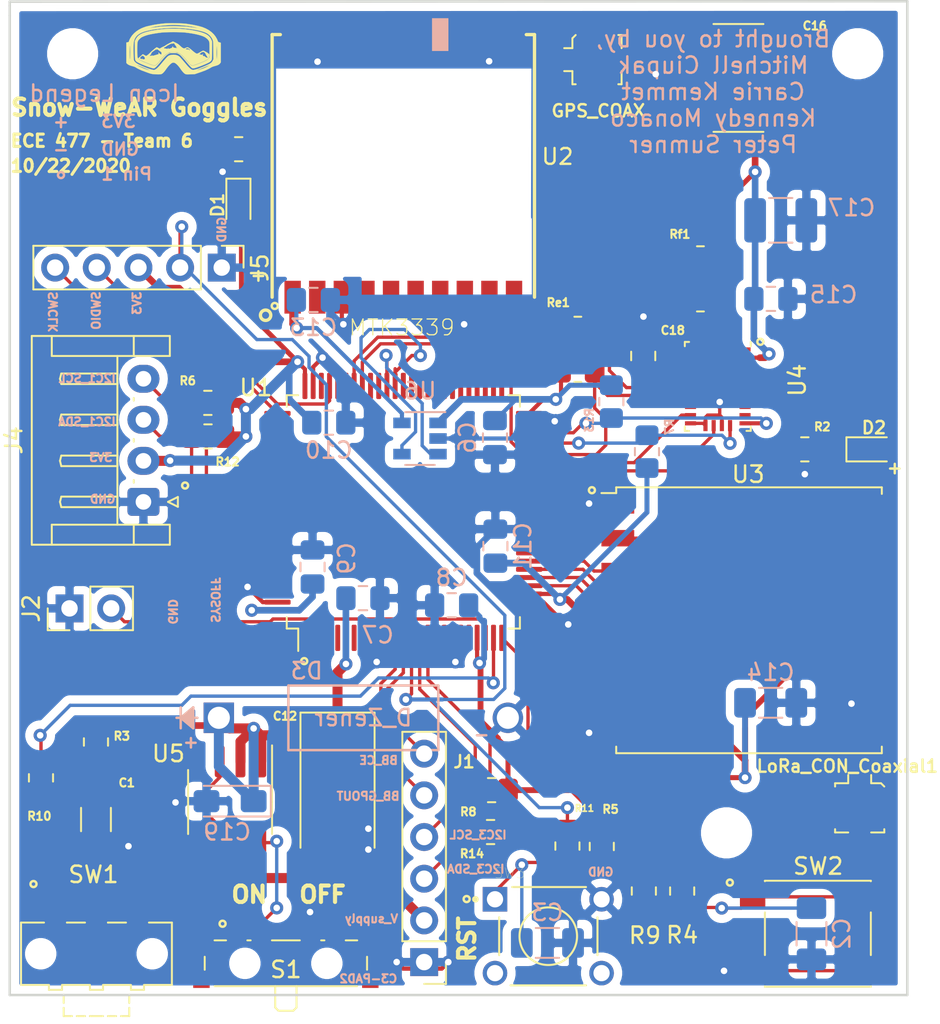
<source format=kicad_pcb>
(kicad_pcb (version 20171130) (host pcbnew "(5.1.7)-1")
  (title_block (title "Snow-WeAR Goggles") (date 2020-10-12) (rev 3) (company "ECE 477 - Team 6"))
  (layers (0 F.Cu signal) (31 B.Cu signal) (34 B.Paste user) (35 F.Paste user) (36 B.SilkS user) (37 F.SilkS user) (38 B.Mask user) (39 F.Mask user) (44 Edge.Cuts user))
  (net 0 "")
  (net 1 "Net-(C1-Pad2)")
  (net 2 GND)
  (net 3 "Net-(C2-Pad2)")
  (net 4 "Net-(C3-Pad2)")
  (net 5 3V3)
  (net 6 "Net-(C18-Pad1)")
  (net 7 "Net-(D1-Pad1)")
  (net 8 "Net-(D2-Pad1)")
  (net 9 DIO0)
  (net 10 V_supply)
  (net 11 I2C3_SDA)
  (net 12 I2C3_SCL)
  (net 13 BB_GPOUT)
  (net 14 BB_CE)
  (net 15 SYSOFF)
  (net 16 I2C1_SDA)
  (net 17 I2C1_SCL)
  (net 18 SWDIO)
  (net 19 SWCLK)
  (net 20 "Net-(J8-Pad1)")
  (net 21 "Net-(LoRa_CON_Coaxial1-Pad1)")
  (net 22 radio_btn)
  (net 23 session_btn)
  (net 24 NRST)
  (net 25 IMU_nRST)
  (net 26 "Net-(Rf1-Pad1)")
  (net 27 BB_Out)
  (net 28 "Net-(U1-Pad1)")
  (net 29 "Net-(U1-Pad2)")
  (net 30 "Net-(U1-Pad3)")
  (net 31 "Net-(U1-Pad4)")
  (net 32 "Net-(U1-Pad5)")
  (net 33 "Net-(U1-Pad7)")
  (net 34 "Net-(U1-Pad8)")
  (net 35 "Net-(U1-Pad9)")
  (net 36 "Net-(U1-Pad17)")
  (net 37 "Net-(U1-Pad18)")
  (net 38 LoRa_RST)
  (net 39 CS_LORA)
  (net 40 SPI1_SCK)
  (net 41 SPI1_MISO)
  (net 42 SPI1_MOSI)
  (net 43 "Net-(U1-Pad33)")
  (net 44 "Net-(U1-Pad34)")
  (net 45 "Net-(U1-Pad35)")
  (net 46 "Net-(U1-Pad36)")
  (net 47 "Net-(U1-Pad37)")
  (net 48 "Net-(U1-Pad38)")
  (net 49 "Net-(U1-Pad39)")
  (net 50 "Net-(U1-Pad40)")
  (net 51 "Net-(U1-Pad41)")
  (net 52 "Net-(U1-Pad42)")
  (net 53 IMU_ADDR)
  (net 54 IMU_INT)
  (net 55 BL_IND)
  (net 56 I2C2_SCL)
  (net 57 I2C2_SDA)
  (net 58 "Net-(U1-Pad51)")
  (net 59 "Net-(U1-Pad52)")
  (net 60 "Net-(U1-Pad53)")
  (net 61 "Net-(U1-Pad54)")
  (net 62 "Net-(U1-Pad55)")
  (net 63 "Net-(U1-Pad56)")
  (net 64 "Net-(U1-Pad57)")
  (net 65 "Net-(U1-Pad58)")
  (net 66 "Net-(U1-Pad59)")
  (net 67 "Net-(U1-Pad60)")
  (net 68 "Net-(U1-Pad61)")
  (net 69 "Net-(U1-Pad62)")
  (net 70 "Net-(U1-Pad63)")
  (net 71 "Net-(U1-Pad66)")
  (net 72 "Net-(U1-Pad67)")
  (net 73 USART_TX)
  (net 74 USART_RX)
  (net 75 "Net-(U1-Pad70)")
  (net 76 "Net-(U1-Pad71)")
  (net 77 "Net-(U1-Pad77)")
  (net 78 "Net-(U1-Pad78)")
  (net 79 "Net-(U1-Pad79)")
  (net 80 "Net-(U1-Pad80)")
  (net 81 "Net-(U1-Pad81)")
  (net 82 "Net-(U1-Pad82)")
  (net 83 "Net-(U1-Pad83)")
  (net 84 "Net-(U1-Pad84)")
  (net 85 "Net-(U1-Pad85)")
  (net 86 "Net-(U1-Pad86)")
  (net 87 "Net-(U1-Pad87)")
  (net 88 "Net-(U1-Pad88)")
  (net 89 "Net-(U1-Pad89)")
  (net 90 "Net-(U1-Pad90)")
  (net 91 "Net-(U1-Pad91)")
  (net 92 "Net-(U1-Pad95)")
  (net 93 "Net-(U1-Pad96)")
  (net 94 "Net-(U1-Pad97)")
  (net 95 "Net-(U1-Pad98)")
  (net 96 "Net-(U2-Pad2)")
  (net 97 "Net-(U2-Pad4)")
  (net 98 "Net-(U2-Pad5)")
  (net 99 "Net-(U2-Pad6)")
  (net 100 "Net-(U2-Pad7)")
  (net 101 "Net-(U2-Pad13)")
  (net 102 "Net-(U2-Pad14)")
  (net 103 "Net-(U2-Pad15)")
  (net 104 "Net-(U2-Pad16)")
  (net 105 "Net-(U2-Pad17)")
  (net 106 "Net-(U2-Pad18)")
  (net 107 "Net-(U2-Pad20)")
  (net 108 "Net-(U3-Pad7)")
  (net 109 "Net-(U3-Pad11)")
  (net 110 "Net-(U3-Pad12)")
  (net 111 "Net-(U3-Pad15)")
  (net 112 "Net-(U3-Pad16)")
  (net 113 "Net-(U4-Pad1)")
  (net 114 "Net-(U4-Pad27)")
  (net 115 "Net-(U4-Pad26)")
  (net 116 "Net-(U4-Pad24)")
  (net 117 "Net-(U4-Pad23)")
  (net 118 "Net-(U4-Pad22)")
  (net 119 "Net-(U4-Pad21)")
  (net 120 "Net-(U4-Pad7)")
  (net 121 "Net-(U4-Pad8)")
  (net 122 "Net-(U4-Pad12)")
  (net 123 "Net-(U4-Pad13)")
  (net 124 "Net-(U5-Pad4)")
  (net 125 "Net-(U5-Pad5)")
  (net 126 GPS_Vin)
  (net 127 LDO_ERR)
  (net 128 LDO_SHDN)
  (module Resistor_SMD:R_0805_2012Metric_Pad1.20x1.40mm_HandSolder (layer F.Cu) (at 135.9281 99.5553 270)
    (fp_text reference R9 (at 2.7051 -0.0635 180) (layer F.SilkS))
    (fp_text value 62 hide)
    (pad 1 smd roundrect (at -1 0 270) (size 1.2 1.4) (layers F.Cu F.Paste F.Mask) (roundrect_rratio 0.208333) (net 22 radio_btn))
    (pad 2 smd roundrect (at 1 0 270) (size 1.2 1.4) (layers F.Cu F.Paste F.Mask) (roundrect_rratio 0.208333) (net 3 "Net-(C2-Pad2)"))
  )
  (module Package_TO_SOT_SMD:SOT-23-5 (layer B.Cu) (at 122.2756 71.9836 180)
    (fp_text reference U6 (at 0 2.9) (layer B.SilkS) (effects (justify mirror)))
    (fp_text value TC2014-3.3VxCTTR)
    (pad 5 smd rect (at 1.1 0.95 180) (size 1.06 0.65) (layers B.Cu B.Paste B.Mask) (net 126 GPS_Vin))
    (pad 4 smd rect (at 1.1 -0.95 180) (size 1.06 0.65) (layers B.Cu B.Paste B.Mask) (net 127 LDO_ERR))
    (pad 3 smd rect (at -1.1 -0.95 180) (size 1.06 0.65) (layers B.Cu B.Paste B.Mask) (net 128 LDO_SHDN))
    (pad 2 smd rect (at -1.1 0 180) (size 1.06 0.65) (layers B.Cu B.Paste B.Mask) (net 2 GND))
    (pad 1 smd rect (at -1.1 0.95 180) (size 1.06 0.65) (layers B.Cu B.Paste B.Mask) (net 5 3V3))
  )
  (module Resistor_SMD:R_0805_2012Metric_Pad1.20x1.40mm_HandSolder (layer F.Cu) (at 126.5809 95.9612 180)
    (fp_text reference R14 (at 1.1336 -1.3208) (layer F.SilkS) (effects (font (size 0.5 0.5) (thickness 0.125))))
    (fp_text value 10k hide)
    (pad 2 smd roundrect (at 1 0 180) (size 1.2 1.4) (layers F.Cu F.Paste F.Mask) (roundrect_rratio 0.208333) (net 11 I2C3_SDA))
    (pad 1 smd roundrect (at -1 0 180) (size 1.2 1.4) (layers F.Cu F.Paste F.Mask) (roundrect_rratio 0.208333) (net 5 3V3))
  )
  (module Resistor_SMD:R_0805_2012Metric_Pad1.20x1.40mm_HandSolder (layer B.Cu) (at 133.9469 69.7357 270)
    (fp_text reference R13 (at 1.1336 1.3462 270) (layer B.SilkS) (effects (font (size 0.5 0.5) (thickness 0.125)) (justify mirror)))
    (fp_text value 10k hide)
    (pad 2 smd roundrect (at 1 0 270) (size 1.2 1.4) (layers B.Cu B.Paste B.Mask) (roundrect_rratio 0.208333) (net 57 I2C2_SDA))
    (pad 1 smd roundrect (at -1 0 270) (size 1.2 1.4) (layers B.Cu B.Paste B.Mask) (roundrect_rratio 0.208333) (net 5 3V3))
  )
  (module Resistor_SMD:R_0805_2012Metric_Pad1.20x1.40mm_HandSolder (layer F.Cu) (at 109.347 71.8566 180)
    (fp_text reference R12 (at -1.1938 -1.5494) (layer F.SilkS) (effects (font (size 0.5 0.5) (thickness 0.125))))
    (fp_text value 10k hide)
    (pad 2 smd roundrect (at 1 0 180) (size 1.2 1.4) (layers F.Cu F.Paste F.Mask) (roundrect_rratio 0.208333) (net 16 I2C1_SDA))
    (pad 1 smd roundrect (at -1 0 180) (size 1.2 1.4) (layers F.Cu F.Paste F.Mask) (roundrect_rratio 0.208333) (net 5 3V3))
  )
  (module Resistor_SMD:R_0805_2012Metric_Pad1.20x1.40mm_HandSolder (layer F.Cu) (at 126.6444 93.4085 180)
    (fp_text reference R8 (at 1.4224 -1.3208) (layer F.SilkS) (effects (font (size 0.5 0.5) (thickness 0.125))))
    (fp_text value 10k hide)
    (pad 2 smd roundrect (at 1 0 180) (size 1.2 1.4) (layers F.Cu F.Paste F.Mask) (roundrect_rratio 0.208333) (net 12 I2C3_SCL))
    (pad 1 smd roundrect (at -1 0 180) (size 1.2 1.4) (layers F.Cu F.Paste F.Mask) (roundrect_rratio 0.208333) (net 5 3V3))
  )
  (module Resistor_SMD:R_0805_2012Metric_Pad1.20x1.40mm_HandSolder (layer B.Cu) (at 136.1186 72.7837 90)
    (fp_text reference R7 (at 1.5146 1.3716 270) (layer B.SilkS) (effects (font (size 0.5 0.5) (thickness 0.125)) (justify mirror)))
    (fp_text value 10k hide)
    (pad 2 smd roundrect (at 1 0 90) (size 1.2 1.4) (layers B.Cu B.Paste B.Mask) (roundrect_rratio 0.208333) (net 56 I2C2_SCL))
    (pad 1 smd roundrect (at -1 0 90) (size 1.2 1.4) (layers B.Cu B.Paste B.Mask) (roundrect_rratio 0.208333) (net 5 3V3))
  )
  (module Resistor_SMD:R_0805_2012Metric_Pad1.20x1.40mm_HandSolder (layer F.Cu) (at 109.3376 69.8119 180)
    (fp_text reference R6 (at 1.2286 1.3462) (layer F.SilkS) (effects (font (size 0.5 0.5) (thickness 0.125))))
    (fp_text value 10k hide)
    (pad 2 smd roundrect (at 1 0 180) (size 1.2 1.4) (layers F.Cu F.Paste F.Mask) (roundrect_rratio 0.208333) (net 17 I2C1_SCL))
    (pad 1 smd roundrect (at -1 0 180) (size 1.2 1.4) (layers F.Cu F.Paste F.Mask) (roundrect_rratio 0.208333) (net 5 3V3))
  )
  (module Connector_PinHeader_2.54mm:PinHeader_1x05_P2.54mm_Vertical (layer F.Cu) (at 110.1852 61.5696 270)
    (fp_text reference J5 (at 0 -2.33 90) (layer F.SilkS))
    (fp_text value Programmer)
    (pad 5 thru_hole oval (at 0 10.16 270) (size 1.7 1.7) (drill 1) (layers *.Cu *.Mask) (net 19 SWCLK))
    (pad 4 thru_hole oval (at 0 7.62 270) (size 1.7 1.7) (drill 1) (layers *.Cu *.Mask) (net 18 SWDIO))
    (pad 3 thru_hole oval (at 0 5.08 270) (size 1.7 1.7) (drill 1) (layers *.Cu *.Mask) (net 5 3V3))
    (pad 2 thru_hole oval (at 0 2.54 270) (size 1.7 1.7) (drill 1) (layers *.Cu *.Mask) (net 24 NRST))
    (pad 1 thru_hole rect (at 0 0 270) (size 1.7 1.7) (drill 1) (layers *.Cu *.Mask) (net 2 GND))
  )
  (module Connector_JST:JST_EH_S4B-EH_1x04_P2.50mm_Horizontal (layer F.Cu) (at 105.41 75.8444 90)
    (fp_text reference J4 (at 3.75 -7.9 90) (layer F.SilkS))
    (fp_text value "OLED Qwiic")
    (pad 4 thru_hole oval (at 7.5 0 90) (size 1.7 1.95) (drill 0.95) (layers *.Cu *.Mask) (net 17 I2C1_SCL))
    (pad 3 thru_hole oval (at 5 0 90) (size 1.7 1.95) (drill 0.95) (layers *.Cu *.Mask) (net 16 I2C1_SDA))
    (pad 2 thru_hole oval (at 2.5 0 90) (size 1.7 1.95) (drill 0.95) (layers *.Cu *.Mask) (net 5 3V3))
    (pad 1 thru_hole roundrect (at 0 0 90) (size 1.7 1.95) (drill 0.95) (layers *.Cu *.Mask) (roundrect_rratio 0.147059) (net 2 GND))
  )
  (module Connector_PinHeader_2.54mm:PinHeader_1x02_P2.54mm_Vertical (layer F.Cu) (at 100.9015 82.3341 90)
    (fp_text reference J2 (at 0 -2.33 90) (layer F.SilkS))
    (fp_text value BB_SYSOFF)
    (pad 2 thru_hole oval (at 0 2.54 90) (size 1.7 1.7) (drill 1) (layers *.Cu *.Mask) (net 15 SYSOFF))
    (pad 1 thru_hole rect (at 0 0 90) (size 1.7 1.7) (drill 1) (layers *.Cu *.Mask) (net 2 GND))
  )
  (module Connector_PinHeader_2.54mm:PinHeader_1x06_P2.54mm_Vertical (layer F.Cu) (at 122.5296 103.886 180)
    (fp_text reference J1 (at -2.4384 12.2047) (layer F.SilkS) (effects (font (size 0.75 0.75))))
    (fp_text value "Battery Babysitter")
    (pad 6 thru_hole oval (at 0 12.7 180) (size 1.7 1.7) (drill 1) (layers *.Cu *.Mask) (net 14 BB_CE))
    (pad 5 thru_hole oval (at 0 10.16 180) (size 1.7 1.7) (drill 1) (layers *.Cu *.Mask) (net 13 BB_GPOUT))
    (pad 4 thru_hole oval (at 0 7.62 180) (size 1.7 1.7) (drill 1) (layers *.Cu *.Mask) (net 12 I2C3_SCL))
    (pad 3 thru_hole oval (at 0 5.08 180) (size 1.7 1.7) (drill 1) (layers *.Cu *.Mask) (net 11 I2C3_SDA))
    (pad 2 thru_hole oval (at 0 2.54 180) (size 1.7 1.7) (drill 1) (layers *.Cu *.Mask) (net 10 V_supply))
    (pad 1 thru_hole rect (at 0 0 180) (size 1.7 1.7) (drill 1) (layers *.Cu *.Mask) (net 2 GND))
  )
  (module footprint_lib:logo2 (layer F.Cu) (at 107.2388 48.26)
    (fp_text reference G*** hide)
    (fp_text value LOGO hide)
  )
  (module MountingHole:MountingHole_2.1mm (layer F.Cu) (at 140.97 96.012)
    (fp_text reference REF** hide)
    (fp_text value 2.1mm hide)
    (pad "" np_thru_hole circle (at 0 0) (size 2.1 2.1) (drill 2.1) (layers *.Cu *.Mask))
  )
  (module MountingHole:MountingHole_2.1mm (layer F.Cu) (at 148.971 48.5394)
    (fp_text reference REF** hide)
    (fp_text value 2.1mm)
    (pad "" np_thru_hole circle (at 0 0) (size 2.1 2.1) (drill 2.1) (layers *.Cu *.Mask))
  )
  (module MountingHole:MountingHole_2.1mm (layer F.Cu) (at 101.092 48.5394)
    (fp_text reference REF** hide)
    (fp_text value 2.1mm hide)
    (pad "" np_thru_hole circle (at 0 0) (size 2.1 2.1) (drill 2.1) (layers *.Cu *.Mask))
  )
  (module Capacitor_SMD:C_2225_5664Metric_Pad1.80x6.60mm_HandSolder (layer F.Cu) (at 141.6978 50.0126 180)
    (fp_text reference C16 (at -4.657 3.175) (layer F.SilkS) (effects (font (size 0.5 0.5) (thickness 0.125))))
    (fp_text value 0.12uF)
    (pad 1 smd roundrect (at -2.625 0 180) (size 1.8 6.6) (layers F.Cu F.Paste F.Mask) (roundrect_rratio 0.138889) (net 5 3V3))
    (pad 2 smd roundrect (at 2.625 0 180) (size 1.8 6.6) (layers F.Cu F.Paste F.Mask) (roundrect_rratio 0.138889) (net 2 GND))
  )
  (module Capacitor_SMD:C_1206_3216Metric_Pad1.33x1.80mm_HandSolder (layer F.Cu) (at 102.5144 95.1992 90)
    (fp_text reference C1 (at 2.2352 1.8796 180) (layer F.SilkS) (effects (font (size 0.5 0.5) (thickness 0.125))))
    (fp_text value 1uF hide)
    (pad 2 smd roundrect (at 1.5625 0 90) (size 1.325 1.8) (layers F.Cu F.Paste F.Mask) (roundrect_rratio 0.188679) (net 1 "Net-(C1-Pad2)"))
    (pad 1 smd roundrect (at -1.5625 0 90) (size 1.325 1.8) (layers F.Cu F.Paste F.Mask) (roundrect_rratio 0.188679) (net 2 GND))
  )
  (module Capacitor_SMD:C_1206_3216Metric_Pad1.33x1.80mm_HandSolder (layer B.Cu) (at 146.1516 102.1588 90)
    (fp_text reference C2 (at 0 1.85 270) (layer B.SilkS) (effects (justify mirror)))
    (fp_text value 1uF)
    (pad 1 smd roundrect (at -1.5625 0 90) (size 1.325 1.8) (layers B.Cu B.Paste B.Mask) (roundrect_rratio 0.188679) (net 2 GND))
    (pad 2 smd roundrect (at 1.5625 0 90) (size 1.325 1.8) (layers B.Cu B.Paste B.Mask) (roundrect_rratio 0.188679) (net 3 "Net-(C2-Pad2)"))
  )
  (module Capacitor_SMD:C_1206_3216Metric_Pad1.33x1.80mm_HandSolder (layer B.Cu) (at 130.048 102.7176 180)
    (fp_text reference C3 (at 0 1.85) (layer B.SilkS) (effects (justify mirror)))
    (fp_text value 1uF)
    (pad 1 smd roundrect (at -1.5625 0 180) (size 1.325 1.8) (layers B.Cu B.Paste B.Mask) (roundrect_rratio 0.188679) (net 2 GND))
    (pad 2 smd roundrect (at 1.5625 0 180) (size 1.325 1.8) (layers B.Cu B.Paste B.Mask) (roundrect_rratio 0.188679) (net 4 "Net-(C3-Pad2)"))
  )
  (module Capacitor_SMD:C_0805_2012Metric_Pad1.18x1.45mm_HandSolder (layer B.Cu) (at 126.8476 71.9289 270)
    (fp_text reference C6 (at 0 1.68 90) (layer B.SilkS) (effects (justify mirror)))
    (fp_text value 0.1uF)
    (pad 2 smd roundrect (at 1.0375 0 270) (size 1.175 1.45) (layers B.Cu B.Paste B.Mask) (roundrect_rratio 0.212766) (net 2 GND))
    (pad 1 smd roundrect (at -1.0375 0 270) (size 1.175 1.45) (layers B.Cu B.Paste B.Mask) (roundrect_rratio 0.212766) (net 5 3V3))
  )
  (module Capacitor_SMD:C_0805_2012Metric_Pad1.18x1.45mm_HandSolder (layer B.Cu) (at 118.7958 81.7118)
    (fp_text reference C7 (at 0.9017 2.2479) (layer B.SilkS) (effects (justify mirror)))
    (fp_text value 0.1uF)
    (pad 1 smd roundrect (at -1.0375 0) (size 1.175 1.45) (layers B.Cu B.Paste B.Mask) (roundrect_rratio 0.212766) (net 5 3V3))
    (pad 2 smd roundrect (at 1.0375 0) (size 1.175 1.45) (layers B.Cu B.Paste B.Mask) (roundrect_rratio 0.212766) (net 2 GND))
  )
  (module Capacitor_SMD:C_0805_2012Metric_Pad1.18x1.45mm_HandSolder (layer B.Cu) (at 124.206 82.1436 180)
    (fp_text reference C8 (at 0 1.68) (layer B.SilkS) (effects (justify mirror)))
    (fp_text value 0.1uF)
    (pad 2 smd roundrect (at 1.0375 0 180) (size 1.175 1.45) (layers B.Cu B.Paste B.Mask) (roundrect_rratio 0.212766) (net 2 GND))
    (pad 1 smd roundrect (at -1.0375 0 180) (size 1.175 1.45) (layers B.Cu B.Paste B.Mask) (roundrect_rratio 0.212766) (net 5 3V3))
  )
  (module Capacitor_SMD:C_0805_2012Metric_Pad1.18x1.45mm_HandSolder (layer B.Cu) (at 115.7224 79.8107 90)
    (fp_text reference C9 (at 0.5246 2.0828 90) (layer B.SilkS) (effects (justify mirror)))
    (fp_text value 0.1uF)
    (pad 2 smd roundrect (at 1.0375 0 90) (size 1.175 1.45) (layers B.Cu B.Paste B.Mask) (roundrect_rratio 0.212766) (net 2 GND))
    (pad 1 smd roundrect (at -1.0375 0 90) (size 1.175 1.45) (layers B.Cu B.Paste B.Mask) (roundrect_rratio 0.212766) (net 5 3V3))
  )
  (module Capacitor_SMD:C_0805_2012Metric_Pad1.18x1.45mm_HandSolder (layer B.Cu) (at 116.713 71.0184)
    (fp_text reference C10 (at 0 1.68) (layer B.SilkS) (effects (justify mirror)))
    (fp_text value 0.1uF)
    (pad 2 smd roundrect (at 1.0375 0) (size 1.175 1.45) (layers B.Cu B.Paste B.Mask) (roundrect_rratio 0.212766) (net 2 GND))
    (pad 1 smd roundrect (at -1.0375 0) (size 1.175 1.45) (layers B.Cu B.Paste B.Mask) (roundrect_rratio 0.212766) (net 5 3V3))
  )
  (module Capacitor_SMD:C_0805_2012Metric_Pad1.18x1.45mm_HandSolder (layer B.Cu) (at 126.873 78.5407 90)
    (fp_text reference C11 (at 0 1.68 90) (layer B.SilkS) (effects (justify mirror)))
    (fp_text value 0.1uF)
    (pad 1 smd roundrect (at -1.0375 0 90) (size 1.175 1.45) (layers B.Cu B.Paste B.Mask) (roundrect_rratio 0.212766) (net 5 3V3))
    (pad 2 smd roundrect (at 1.0375 0 90) (size 1.175 1.45) (layers B.Cu B.Paste B.Mask) (roundrect_rratio 0.212766) (net 2 GND))
  )
  (module Capacitor_Tantalum_SMD:CP_EIA-7343-15_Kemet-W_Pad2.25x2.55mm_HandSolder (layer F.Cu) (at 117.2464 93.2688 270)
    (fp_text reference C12 (at -4.3688 3.2004 180) (layer F.SilkS) (effects (font (size 0.5 0.5) (thickness 0.125))))
    (fp_text value 3.3uF hide)
    (pad 1 smd roundrect (at -3.2 0 270) (size 2.25 2.55) (layers F.Cu F.Paste F.Mask) (roundrect_rratio 0.111111) (net 5 3V3))
    (pad 2 smd roundrect (at 3.2 0 270) (size 2.25 2.55) (layers F.Cu F.Paste F.Mask) (roundrect_rratio 0.111111) (net 2 GND))
  )
  (module Capacitor_SMD:C_0805_2012Metric_Pad1.18x1.45mm_HandSolder (layer B.Cu) (at 115.7732 63.5381)
    (fp_text reference C13 (at 0 1.68) (layer B.SilkS) (effects (justify mirror)))
    (fp_text value 0.1uF)
    (pad 1 smd roundrect (at -1.0375 0) (size 1.175 1.45) (layers B.Cu B.Paste B.Mask) (roundrect_rratio 0.212766) (net 126 GPS_Vin))
    (pad 2 smd roundrect (at 1.0375 0) (size 1.175 1.45) (layers B.Cu B.Paste B.Mask) (roundrect_rratio 0.212766) (net 2 GND))
  )
  (module Capacitor_SMD:C_1206_3216Metric_Pad1.33x1.80mm_HandSolder (layer B.Cu) (at 143.6624 88.0872 180)
    (fp_text reference C14 (at 0 1.85) (layer B.SilkS) (effects (justify mirror)))
    (fp_text value 10uF)
    (pad 1 smd roundrect (at -1.5625 0 180) (size 1.325 1.8) (layers B.Cu B.Paste B.Mask) (roundrect_rratio 0.188679) (net 2 GND))
    (pad 2 smd roundrect (at 1.5625 0 180) (size 1.325 1.8) (layers B.Cu B.Paste B.Mask) (roundrect_rratio 0.188679) (net 5 3V3))
  )
  (module Capacitor_SMD:C_0805_2012Metric_Pad1.18x1.45mm_HandSolder (layer B.Cu) (at 143.6762 63.4746 180)
    (fp_text reference C15 (at -3.8216 0.254) (layer B.SilkS) (effects (justify mirror)))
    (fp_text value 0.1uF)
    (pad 2 smd roundrect (at 1.0375 0 180) (size 1.175 1.45) (layers B.Cu B.Paste B.Mask) (roundrect_rratio 0.212766) (net 5 3V3))
    (pad 1 smd roundrect (at -1.0375 0 180) (size 1.175 1.45) (layers B.Cu B.Paste B.Mask) (roundrect_rratio 0.212766) (net 2 GND))
  )
  (module Capacitor_SMD:C_1210_3225Metric_Pad1.33x2.70mm_HandSolder (layer B.Cu) (at 144.2762 58.689)
    (fp_text reference C17 (at 4.3138 -0.7643) (layer B.SilkS) (effects (justify mirror)))
    (fp_text value 0.0068uF)
    (pad 1 smd roundrect (at -1.5625 0) (size 1.325 2.7) (layers B.Cu B.Paste B.Mask) (roundrect_rratio 0.188679) (net 5 3V3))
    (pad 2 smd roundrect (at 1.5625 0) (size 1.325 2.7) (layers B.Cu B.Paste B.Mask) (roundrect_rratio 0.188679) (net 2 GND))
  )
  (module Capacitor_SMD:C_0805_2012Metric_Pad1.18x1.45mm_HandSolder (layer F.Cu) (at 135.89 66.9544 90)
    (fp_text reference C18 (at 1.5621 1.8034 180) (layer F.SilkS) (effects (font (size 0.5 0.5) (thickness 0.125))))
    (fp_text value 0.1uF hide)
    (pad 1 smd roundrect (at -1.0375 0 90) (size 1.175 1.45) (layers F.Cu F.Paste F.Mask) (roundrect_rratio 0.212766) (net 6 "Net-(C18-Pad1)"))
    (pad 2 smd roundrect (at 1.0375 0 90) (size 1.175 1.45) (layers F.Cu F.Paste F.Mask) (roundrect_rratio 0.212766) (net 2 GND))
  )
  (module Capacitor_Tantalum_SMD:CP_EIA-3216-10_Kemet-I_Pad1.58x1.35mm_HandSolder (layer B.Cu) (at 110.6932 94.0816 180)
    (fp_text reference C19 (at 0.1778 -1.8796) (layer B.SilkS) (effects (justify mirror)))
    (fp_text value .1uF)
    (pad 1 smd roundrect (at -1.4375 0 180) (size 1.575 1.35) (layers B.Cu B.Paste B.Mask) (roundrect_rratio 0.185185) (net 5 3V3))
    (pad 2 smd roundrect (at 1.4375 0 180) (size 1.575 1.35) (layers B.Cu B.Paste B.Mask) (roundrect_rratio 0.185185) (net 2 GND))
  )
  (module Diode_SMD:D_0603_1608Metric_Pad1.05x0.95mm_HandSolder (layer F.Cu) (at 111.2012 57.8104 270)
    (fp_text reference D1 (at -0.0508 1.27 90) (layer F.SilkS) (effects (font (size 0.75 0.75))))
    (fp_text value LED_HEARTBEAT_R1 hide)
    (pad 2 smd roundrect (at 0.875 0 270) (size 1.05 0.95) (layers F.Cu F.Paste F.Mask) (net 5 3V3))
    (pad 1 smd roundrect (at -0.875 0 270) (size 1.05 0.95) (layers F.Cu F.Paste F.Mask) (net 7 "Net-(D1-Pad1)"))
  )
  (module Diode_SMD:D_0603_1608Metric_Pad1.05x0.95mm_HandSolder (layer F.Cu) (at 149.9416 72.644)
    (fp_text reference D2 (at 0.02 -1.3208) (layer F.SilkS) (effects (font (size 0.75 0.75))))
    (fp_text value LED_TRANSMIT_G1 hide)
    (pad 1 smd roundrect (at -0.875 0) (size 1.05 0.95) (layers F.Cu F.Paste F.Mask) (net 8 "Net-(D2-Pad1)"))
    (pad 2 smd roundrect (at 0.875 0) (size 1.05 0.95) (layers F.Cu F.Paste F.Mask) (net 9 DIO0))
  )
  (module footprint_lib:1N5355BRLG (layer B.Cu) (at 110.0074 89.0016)
    (fp_text reference D3 (at 5.3594 -2.8575 180) (layer B.SilkS) (effects (justify mirror)))
    (fp_text value D_Zener (at 8.8138 0 180) (layer B.SilkS) (effects (justify mirror)))
    (fp_text user * (at 0 0 180) (layer B.SilkS) (effects (justify mirror)))
    (pad 2 thru_hole circle (at 17.6276 0) (size 1.8542 1.8542) (drill 1.3462) (layers *.Cu *.Mask) (net 2 GND))
    (pad 1 thru_hole rect (at 0 0) (size 1.8542 1.8542) (drill 1.3462) (layers *.Cu *.Mask) (net 5 3V3))
  )
  (module Connector_Coaxial:U.FL_Molex_MCRF_73412-0110_Vertical (layer F.Cu) (at 133.0706 48.897001 270)
    (fp_text reference J8 hide)
    (fp_text value GPS_COAX hide)
    (pad 1 smd rect (at 0 1.5 270) (size 1 1) (layers F.Cu F.Paste F.Mask) (net 20 "Net-(J8-Pad1)"))
    (pad 2 smd rect (at 0 -1.5 270) (size 1 1) (layers F.Cu F.Paste F.Mask) (net 2 GND))
    (pad 2 smd rect (at 1.475 0 270) (size 1.05 2.2) (layers F.Cu F.Paste F.Mask) (net 2 GND))
    (pad 2 smd rect (at -1.475 0 270) (size 1.05 2.2) (layers F.Cu F.Paste F.Mask) (net 2 GND))
  )
  (module Connector_Coaxial:U.FL_Molex_MCRF_73412-0110_Vertical (layer F.Cu) (at 149.0916 94.488 180)
    (fp_text reference LoRa_CON_Coaxial1 (at 0.7556 2.54) (layer F.SilkS) (effects (font (size 0.75 0.75))))
    (fp_text value LoRa_Conn_Coaxial hide)
    (pad 2 smd rect (at -1.475 0 180) (size 1.05 2.2) (layers F.Cu F.Paste F.Mask) (net 2 GND))
    (pad 2 smd rect (at 1.475 0 180) (size 1.05 2.2) (layers F.Cu F.Paste F.Mask) (net 2 GND))
    (pad 2 smd rect (at 0 -1.5 180) (size 1 1) (layers F.Cu F.Paste F.Mask) (net 2 GND))
    (pad 1 smd rect (at 0 1.5 180) (size 1 1) (layers F.Cu F.Paste F.Mask) (net 21 "Net-(LoRa_CON_Coaxial1-Pad1)"))
  )
  (module Resistor_SMD:R_0805_2012Metric_Pad1.20x1.40mm_HandSolder (layer F.Cu) (at 111.2172 54.356)
    (fp_text reference R1 hide)
    (fp_text value 62 hide)
    (pad 1 smd roundrect (at -1 0) (size 1.2 1.4) (layers F.Cu F.Paste F.Mask) (roundrect_rratio 0.208333) (net 2 GND))
    (pad 2 smd roundrect (at 1 0) (size 1.2 1.4) (layers F.Cu F.Paste F.Mask) (roundrect_rratio 0.208333) (net 7 "Net-(D1-Pad1)"))
  )
  (module Resistor_SMD:R_0805_2012Metric_Pad1.20x1.40mm_HandSolder (layer F.Cu) (at 145.7452 72.644)
    (fp_text reference R2 (at 1.0668 -1.3716) (layer F.SilkS) (effects (font (size 0.5 0.5) (thickness 0.125))))
    (fp_text value 62 hide)
    (pad 1 smd roundrect (at -1 0) (size 1.2 1.4) (layers F.Cu F.Paste F.Mask) (roundrect_rratio 0.208333) (net 2 GND))
    (pad 2 smd roundrect (at 1 0) (size 1.2 1.4) (layers F.Cu F.Paste F.Mask) (roundrect_rratio 0.208333) (net 8 "Net-(D2-Pad1)"))
  )
  (module Resistor_SMD:R_0805_2012Metric_Pad1.20x1.40mm_HandSolder (layer F.Cu) (at 102.5144 90.4748 270)
    (fp_text reference R3 (at -0.3556 -1.5748 180) (layer F.SilkS) (effects (font (size 0.5 0.5) (thickness 0.125))))
    (fp_text value 10k hide)
    (pad 2 smd roundrect (at 1 0 270) (size 1.2 1.4) (layers F.Cu F.Paste F.Mask) (roundrect_rratio 0.208333) (net 1 "Net-(C1-Pad2)"))
    (pad 1 smd roundrect (at -1 0 270) (size 1.2 1.4) (layers F.Cu F.Paste F.Mask) (roundrect_rratio 0.208333) (net 5 3V3))
  )
  (module Resistor_SMD:R_0805_2012Metric_Pad1.20x1.40mm_HandSolder (layer F.Cu) (at 138.2649 99.5586 270)
    (fp_text reference R4 (at 2.6764 0 180) (layer F.SilkS))
    (fp_text value 10k hide)
    (pad 2 smd roundrect (at 1 0 270) (size 1.2 1.4) (layers F.Cu F.Paste F.Mask) (roundrect_rratio 0.208333) (net 3 "Net-(C2-Pad2)"))
    (pad 1 smd roundrect (at -1 0 270) (size 1.2 1.4) (layers F.Cu F.Paste F.Mask) (roundrect_rratio 0.208333) (net 5 3V3))
  )
  (module Resistor_SMD:R_0805_2012Metric_Pad1.20x1.40mm_HandSolder (layer F.Cu) (at 133.3627 96.8408 270)
    (fp_text reference R5 (at -2.2639 -0.5334 180) (layer F.SilkS) (effects (font (size 0.5 0.5) (thickness 0.125))))
    (fp_text value 10k hide)
    (pad 1 smd roundrect (at -1 0 270) (size 1.2 1.4) (layers F.Cu F.Paste F.Mask) (roundrect_rratio 0.208333) (net 5 3V3))
    (pad 2 smd roundrect (at 1 0 270) (size 1.2 1.4) (layers F.Cu F.Paste F.Mask) (roundrect_rratio 0.208333) (net 4 "Net-(C3-Pad2)"))
  )
  (module Resistor_SMD:R_0805_2012Metric_Pad1.20x1.40mm_HandSolder (layer F.Cu) (at 99.1616 92.6592 270)
    (fp_text reference R10 (at 2.3368 0.1016 180) (layer F.SilkS) (effects (font (size 0.5 0.5) (thickness 0.125))))
    (fp_text value 62 hide)
    (pad 2 smd roundrect (at 1 0 270) (size 1.2 1.4) (layers F.Cu F.Paste F.Mask) (roundrect_rratio 0.208333) (net 1 "Net-(C1-Pad2)"))
    (pad 1 smd roundrect (at -1 0 270) (size 1.2 1.4) (layers F.Cu F.Paste F.Mask) (roundrect_rratio 0.208333) (net 23 session_btn))
  )
  (module Resistor_SMD:R_0805_2012Metric_Pad1.20x1.40mm_HandSolder (layer F.Cu) (at 131.2672 96.8154 270)
    (fp_text reference R11 (at -2.302 -1.0414 180) (layer F.SilkS) (effects (font (size 0.4 0.4) (thickness 0.1))))
    (fp_text value 62 hide)
    (pad 1 smd roundrect (at -1 0 270) (size 1.2 1.4) (layers F.Cu F.Paste F.Mask) (roundrect_rratio 0.208333) (net 24 NRST))
    (pad 2 smd roundrect (at 1 0 270) (size 1.2 1.4) (layers F.Cu F.Paste F.Mask) (roundrect_rratio 0.208333) (net 4 "Net-(C3-Pad2)"))
  )
  (module Resistor_SMD:R_0815_2038Metric_Pad1.20x4.05mm_HandSolder (layer F.Cu) (at 131.9022 66.548)
    (fp_text reference Re1 (at -1.1938 -2.8448) (layer F.SilkS) (effects (font (size 0.5 0.5) (thickness 0.125))))
    (fp_text value 10k hide)
    (pad 1 smd roundrect (at -1.025 0) (size 1.2 4.05) (layers F.Cu F.Paste F.Mask) (roundrect_rratio 0.208333) (net 5 3V3))
    (pad 2 smd roundrect (at 1.025 0) (size 1.2 4.05) (layers F.Cu F.Paste F.Mask) (roundrect_rratio 0.208333) (net 25 IMU_nRST))
  )
  (module Resistor_SMD:R_0815_2038Metric_Pad1.20x4.05mm_HandSolder (layer F.Cu) (at 139.3788 62.2554)
    (fp_text reference Rf1 (at -1.2536 -2.7178) (layer F.SilkS) (effects (font (size 0.5 0.5) (thickness 0.125))))
    (fp_text value 10k hide)
    (pad 2 smd roundrect (at 1.025 0) (size 1.2 4.05) (layers F.Cu F.Paste F.Mask) (roundrect_rratio 0.208333) (net 5 3V3))
    (pad 1 smd roundrect (at -1.025 0) (size 1.2 4.05) (layers F.Cu F.Paste F.Mask) (roundrect_rratio 0.208333) (net 26 "Net-(Rf1-Pad1)"))
  )
  (module Button_Switch_SMD:SW_SP3T_PCM13 (layer F.Cu) (at 114.0968 103.632)
    (fp_text reference S1 (at 0 0.7112) (layer F.SilkS))
    (fp_text value ON/OFF-SWITCH hide)
    (pad "" np_thru_hole circle (at -2.5 0.33) (size 0.9 0.9) (drill 0.9) (layers *.Cu *.Mask))
    (pad "" np_thru_hole circle (at 2.5 0.33) (size 0.9 0.9) (drill 0.9) (layers *.Cu *.Mask))
    (pad 1 smd rect (at -3 -1.43) (size 0.7 1.5) (layers F.Cu F.Paste F.Mask) (net 10 V_supply))
    (pad 2 smd rect (at -1.5 -1.43) (size 0.7 1.5) (layers F.Cu F.Paste F.Mask) (net 27 BB_Out))
    (pad 3 smd rect (at 1.5 -1.43) (size 0.7 1.5) (layers F.Cu F.Paste F.Mask) (net 2 GND))
    (pad 4 smd rect (at 3 -1.43) (size 0.7 1.5) (layers F.Cu F.Paste F.Mask))
    (pad "" smd rect (at -5.15 1.43) (size 1 0.8) (layers F.Cu F.Paste F.Mask))
    (pad "" smd rect (at 5.15 1.43) (size 1 0.8) (layers F.Cu F.Paste F.Mask))
    (pad "" smd rect (at 5.15 -0.78) (size 1 0.8) (layers F.Cu F.Paste F.Mask))
    (pad "" smd rect (at -5.15 -0.78) (size 1 0.8) (layers F.Cu F.Paste F.Mask))
  )
  (module Button_Switch_SMD:SW_SPDT_CK-JS102011SAQN (layer F.Cu) (at 102.5454 103.378)
    (fp_text reference SW1 (at -0.1834 -4.826) (layer F.SilkS))
    (fp_text value SW_Push_SESS hide)
    (pad 1 smd rect (at -2.5 -2.75) (size 1.25 2.5) (layers F.Cu F.Paste F.Mask) (net 1 "Net-(C1-Pad2)"))
    (pad 2 smd rect (at 0 -2.75) (size 1.25 2.5) (layers F.Cu F.Paste F.Mask) (net 2 GND))
    (pad 3 smd rect (at 2.5 -2.75) (size 1.25 2.5) (layers F.Cu F.Paste F.Mask))
    (pad "" np_thru_hole circle (at -3.4 0) (size 0.9 0.9) (drill 0.9) (layers *.Cu *.Mask))
    (pad "" np_thru_hole circle (at 3.4 0) (size 0.9 0.9) (drill 0.9) (layers *.Cu *.Mask))
  )
  (module Button_Switch_SMD:SW_SPST_PTS645 (layer F.Cu) (at 146.5416 102.1588)
    (fp_text reference SW2 (at 0.0164 -4.1148) (layer F.SilkS))
    (fp_text value SW_Push_RADIO hide)
    (pad 2 smd rect (at -3.98 2.25) (size 1.55 1.3) (layers F.Cu F.Paste F.Mask) (net 2 GND))
    (pad 1 smd rect (at -3.98 -2.25) (size 1.55 1.3) (layers F.Cu F.Paste F.Mask) (net 3 "Net-(C2-Pad2)"))
    (pad 1 smd rect (at 3.98 -2.25) (size 1.55 1.3) (layers F.Cu F.Paste F.Mask) (net 3 "Net-(C2-Pad2)"))
    (pad 2 smd rect (at 3.98 2.25) (size 1.55 1.3) (layers F.Cu F.Paste F.Mask) (net 2 GND))
  )
  (module footprint_lib:SW_1825910-6-4 (layer F.Cu) (at 130.1 102.3088)
    (fp_text reference SW3 (at -2.3627 -3.844398) (layer F.SilkS) (effects (font (size 0.630643 0.630643) (thickness 0.015))))
    (fp_text value SW_Push_RST)
    (pad 3 thru_hole circle (at -3.25 2.25) (size 1.498 1.498) (drill 0.99) (layers *.Cu *.Mask))
    (pad 1 thru_hole rect (at -3.25 -2.25) (size 1.498 1.498) (drill 0.99) (layers *.Cu *.Mask) (net 4 "Net-(C3-Pad2)"))
    (pad 4 thru_hole circle (at 3.25 2.25) (size 1.498 1.498) (drill 0.99) (layers *.Cu *.Mask))
    (pad 2 thru_hole circle (at 3.25 -2.25) (size 1.498 1.498) (drill 0.99) (layers *.Cu *.Mask) (net 2 GND))
  )
  (module Package_QFP:LQFP-100_14x14mm_P0.5mm (layer F.Cu) (at 121.2596 76.454 90)
    (fp_text reference U1 (at 7.5692 -8.9916 180) (layer F.SilkS))
    (fp_text value STM32L476VGTx)
    (pad 1 smd roundrect (at -7.675 -6 90) (size 1.6 0.3) (layers F.Cu F.Paste F.Mask) (net 28 "Net-(U1-Pad1)"))
    (pad 2 smd roundrect (at -7.675 -5.5 90) (size 1.6 0.3) (layers F.Cu F.Paste F.Mask) (net 29 "Net-(U1-Pad2)"))
    (pad 3 smd roundrect (at -7.675 -5 90) (size 1.6 0.3) (layers F.Cu F.Paste F.Mask) (net 30 "Net-(U1-Pad3)"))
    (pad 4 smd roundrect (at -7.675 -4.5 90) (size 1.6 0.3) (layers F.Cu F.Paste F.Mask) (net 31 "Net-(U1-Pad4)"))
    (pad 5 smd roundrect (at -7.675 -4 90) (size 1.6 0.3) (layers F.Cu F.Paste F.Mask) (net 32 "Net-(U1-Pad5)"))
    (pad 6 smd roundrect (at -7.675 -3.5 90) (size 1.6 0.3) (layers F.Cu F.Paste F.Mask) (net 5 3V3))
    (pad 7 smd roundrect (at -7.675 -3 90) (size 1.6 0.3) (layers F.Cu F.Paste F.Mask) (net 33 "Net-(U1-Pad7)"))
    (pad 8 smd roundrect (at -7.675 -2.5 90) (size 1.6 0.3) (layers F.Cu F.Paste F.Mask) (net 34 "Net-(U1-Pad8)"))
    (pad 9 smd roundrect (at -7.675 -2 90) (size 1.6 0.3) (layers F.Cu F.Paste F.Mask) (net 35 "Net-(U1-Pad9)"))
    (pad 10 smd roundrect (at -7.675 -1.5 90) (size 1.6 0.3) (layers F.Cu F.Paste F.Mask) (net 2 GND))
    (pad 11 smd roundrect (at -7.675 -1 90) (size 1.6 0.3) (layers F.Cu F.Paste F.Mask) (net 5 3V3))
    (pad 12 smd roundrect (at -7.675 -0.5 90) (size 1.6 0.3) (layers F.Cu F.Paste F.Mask) (net 13 BB_GPOUT))
    (pad 13 smd roundrect (at -7.675 0 90) (size 1.6 0.3) (layers F.Cu F.Paste F.Mask) (net 14 BB_CE))
    (pad 14 smd roundrect (at -7.675 0.5 90) (size 1.6 0.3) (layers F.Cu F.Paste F.Mask) (net 24 NRST))
    (pad 15 smd roundrect (at -7.675 1 90) (size 1.6 0.3) (layers F.Cu F.Paste F.Mask) (net 12 I2C3_SCL))
    (pad 16 smd roundrect (at -7.675 1.5 90) (size 1.6 0.3) (layers F.Cu F.Paste F.Mask) (net 11 I2C3_SDA))
    (pad 17 smd roundrect (at -7.675 2 90) (size 1.6 0.3) (layers F.Cu F.Paste F.Mask) (net 36 "Net-(U1-Pad17)"))
    (pad 18 smd roundrect (at -7.675 2.5 90) (size 1.6 0.3) (layers F.Cu F.Paste F.Mask) (net 37 "Net-(U1-Pad18)"))
    (pad 19 smd roundrect (at -7.675 3 90) (size 1.6 0.3) (layers F.Cu F.Paste F.Mask) (net 2 GND))
    (pad 20 smd roundrect (at -7.675 3.5 90) (size 1.6 0.3) (layers F.Cu F.Paste F.Mask) (net 2 GND))
    (pad 21 smd roundrect (at -7.675 4 90) (size 1.6 0.3) (layers F.Cu F.Paste F.Mask) (net 2 GND))
    (pad 22 smd roundrect (at -7.675 4.5 90) (size 1.6 0.3) (layers F.Cu F.Paste F.Mask) (net 5 3V3))
    (pad 23 smd roundrect (at -7.675 5 90) (size 1.6 0.3) (layers F.Cu F.Paste F.Mask) (net 15 SYSOFF))
    (pad 24 smd roundrect (at -7.675 5.5 90) (size 1.6 0.3) (layers F.Cu F.Paste F.Mask) (net 23 session_btn))
    (pad 25 smd roundrect (at -7.675 6 90) (size 1.6 0.3) (layers F.Cu F.Paste F.Mask) (net 22 radio_btn))
    (pad 26 smd roundrect (at -6 7.675 90) (size 0.3 1.6) (layers F.Cu F.Paste F.Mask) (net 38 LoRa_RST))
    (pad 27 smd roundrect (at -5.5 7.675 90) (size 0.3 1.6) (layers F.Cu F.Paste F.Mask) (net 2 GND))
    (pad 28 smd roundrect (at -5 7.675 90) (size 0.3 1.6) (layers F.Cu F.Paste F.Mask) (net 5 3V3))
    (pad 29 smd roundrect (at -4.5 7.675 90) (size 0.3 1.6) (layers F.Cu F.Paste F.Mask) (net 39 CS_LORA))
    (pad 30 smd roundrect (at -4 7.675 90) (size 0.3 1.6) (layers F.Cu F.Paste F.Mask) (net 40 SPI1_SCK))
    (pad 31 smd roundrect (at -3.5 7.675 90) (size 0.3 1.6) (layers F.Cu F.Paste F.Mask) (net 41 SPI1_MISO))
    (pad 32 smd roundrect (at -3 7.675 90) (size 0.3 1.6) (layers F.Cu F.Paste F.Mask) (net 42 SPI1_MOSI))
    (pad 33 smd roundrect (at -2.5 7.675 90) (size 0.3 1.6) (layers F.Cu F.Paste F.Mask) (net 43 "Net-(U1-Pad33)"))
    (pad 34 smd roundrect (at -2 7.675 90) (size 0.3 1.6) (layers F.Cu F.Paste F.Mask) (net 44 "Net-(U1-Pad34)"))
    (pad 35 smd roundrect (at -1.5 7.675 90) (size 0.3 1.6) (layers F.Cu F.Paste F.Mask) (net 45 "Net-(U1-Pad35)"))
    (pad 36 smd roundrect (at -1 7.675 90) (size 0.3 1.6) (layers F.Cu F.Paste F.Mask) (net 46 "Net-(U1-Pad36)"))
    (pad 37 smd roundrect (at -0.5 7.675 90) (size 0.3 1.6) (layers F.Cu F.Paste F.Mask) (net 47 "Net-(U1-Pad37)"))
    (pad 38 smd roundrect (at 0 7.675 90) (size 0.3 1.6) (layers F.Cu F.Paste F.Mask) (net 48 "Net-(U1-Pad38)"))
    (pad 39 smd roundrect (at 0.5 7.675 90) (size 0.3 1.6) (layers F.Cu F.Paste F.Mask) (net 49 "Net-(U1-Pad39)"))
    (pad 40 smd roundrect (at 1 7.675 90) (size 0.3 1.6) (layers F.Cu F.Paste F.Mask) (net 50 "Net-(U1-Pad40)"))
    (pad 41 smd roundrect (at 1.5 7.675 90) (size 0.3 1.6) (layers F.Cu F.Paste F.Mask) (net 51 "Net-(U1-Pad41)"))
    (pad 42 smd roundrect (at 2 7.675 90) (size 0.3 1.6) (layers F.Cu F.Paste F.Mask) (net 52 "Net-(U1-Pad42)"))
    (pad 43 smd roundrect (at 2.5 7.675 90) (size 0.3 1.6) (layers F.Cu F.Paste F.Mask) (net 53 IMU_ADDR))
    (pad 44 smd roundrect (at 3 7.675 90) (size 0.3 1.6) (layers F.Cu F.Paste F.Mask) (net 54 IMU_INT))
    (pad 45 smd roundrect (at 3.5 7.675 90) (size 0.3 1.6) (layers F.Cu F.Paste F.Mask) (net 25 IMU_nRST))
    (pad 46 smd roundrect (at 4 7.675 90) (size 0.3 1.6) (layers F.Cu F.Paste F.Mask) (net 55 BL_IND))
    (pad 47 smd roundrect (at 4.5 7.675 90) (size 0.3 1.6) (layers F.Cu F.Paste F.Mask) (net 56 I2C2_SCL))
    (pad 48 smd roundrect (at 5 7.675 90) (size 0.3 1.6) (layers F.Cu F.Paste F.Mask) (net 57 I2C2_SDA))
    (pad 49 smd roundrect (at 5.5 7.675 90) (size 0.3 1.6) (layers F.Cu F.Paste F.Mask) (net 2 GND))
    (pad 50 smd roundrect (at 6 7.675 90) (size 0.3 1.6) (layers F.Cu F.Paste F.Mask) (net 5 3V3))
    (pad 51 smd roundrect (at 7.675 6 90) (size 1.6 0.3) (layers F.Cu F.Paste F.Mask) (net 58 "Net-(U1-Pad51)"))
    (pad 52 smd roundrect (at 7.675 5.5 90) (size 1.6 0.3) (layers F.Cu F.Paste F.Mask) (net 59 "Net-(U1-Pad52)"))
    (pad 53 smd roundrect (at 7.675 5 90) (size 1.6 0.3) (layers F.Cu F.Paste F.Mask) (net 60 "Net-(U1-Pad53)"))
    (pad 54 smd roundrect (at 7.675 4.5 90) (size 1.6 0.3) (layers F.Cu F.Paste F.Mask) (net 61 "Net-(U1-Pad54)"))
    (pad 55 smd roundrect (at 7.675 4 90) (size 1.6 0.3) (layers F.Cu F.Paste F.Mask) (net 62 "Net-(U1-Pad55)"))
    (pad 56 smd roundrect (at 7.675 3.5 90) (size 1.6 0.3) (layers F.Cu F.Paste F.Mask) (net 63 "Net-(U1-Pad56)"))
    (pad 57 smd roundrect (at 7.675 3 90) (size 1.6 0.3) (layers F.Cu F.Paste F.Mask) (net 64 "Net-(U1-Pad57)"))
    (pad 58 smd roundrect (at 7.675 2.5 90) (size 1.6 0.3) (layers F.Cu F.Paste F.Mask) (net 65 "Net-(U1-Pad58)"))
    (pad 59 smd roundrect (at 7.675 2 90) (size 1.6 0.3) (layers F.Cu F.Paste F.Mask) (net 66 "Net-(U1-Pad59)"))
    (pad 60 smd roundrect (at 7.675 1.5 90) (size 1.6 0.3) (layers F.Cu F.Paste F.Mask) (net 67 "Net-(U1-Pad60)"))
    (pad 61 smd roundrect (at 7.675 1 90) (size 1.6 0.3) (layers F.Cu F.Paste F.Mask) (net 68 "Net-(U1-Pad61)"))
    (pad 62 smd roundrect (at 7.675 0.5 90) (size 1.6 0.3) (layers F.Cu F.Paste F.Mask) (net 69 "Net-(U1-Pad62)"))
    (pad 63 smd roundrect (at 7.675 0 90) (size 1.6 0.3) (layers F.Cu F.Paste F.Mask) (net 70 "Net-(U1-Pad63)"))
    (pad 64 smd roundrect (at 7.675 -0.5 90) (size 1.6 0.3) (layers F.Cu F.Paste F.Mask) (net 127 LDO_ERR))
    (pad 65 smd roundrect (at 7.675 -1 90) (size 1.6 0.3) (layers F.Cu F.Paste F.Mask) (net 128 LDO_SHDN))
    (pad 66 smd roundrect (at 7.675 -1.5 90) (size 1.6 0.3) (layers F.Cu F.Paste F.Mask) (net 71 "Net-(U1-Pad66)"))
    (pad 67 smd roundrect (at 7.675 -2 90) (size 1.6 0.3) (layers F.Cu F.Paste F.Mask) (net 72 "Net-(U1-Pad67)"))
    (pad 68 smd roundrect (at 7.675 -2.5 90) (size 1.6 0.3) (layers F.Cu F.Paste F.Mask) (net 73 USART_TX))
    (pad 69 smd roundrect (at 7.675 -3 90) (size 1.6 0.3) (layers F.Cu F.Paste F.Mask) (net 74 USART_RX))
    (pad 70 smd roundrect (at 7.675 -3.5 90) (size 1.6 0.3) (layers F.Cu F.Paste F.Mask) (net 75 "Net-(U1-Pad70)"))
    (pad 71 smd roundrect (at 7.675 -4 90) (size 1.6 0.3) (layers F.Cu F.Paste F.Mask) (net 76 "Net-(U1-Pad71)"))
    (pad 72 smd roundrect (at 7.675 -4.5 90) (size 1.6 0.3) (layers F.Cu F.Paste F.Mask) (net 18 SWDIO))
    (pad 73 smd roundrect (at 7.675 -5 90) (size 1.6 0.3) (layers F.Cu F.Paste F.Mask) (net 5 3V3))
    (pad 74 smd roundrect (at 7.675 -5.5 90) (size 1.6 0.3) (layers F.Cu F.Paste F.Mask) (net 2 GND))
    (pad 75 smd roundrect (at 7.675 -6 90) (size 1.6 0.3) (layers F.Cu F.Paste F.Mask) (net 5 3V3))
    (pad 76 smd roundrect (at 6 -7.675 90) (size 0.3 1.6) (layers F.Cu F.Paste F.Mask) (net 19 SWCLK))
    (pad 77 smd roundrect (at 5.5 -7.675 90) (size 0.3 1.6) (layers F.Cu F.Paste F.Mask) (net 77 "Net-(U1-Pad77)"))
    (pad 78 smd roundrect (at 5 -7.675 90) (size 0.3 1.6) (layers F.Cu F.Paste F.Mask) (net 78 "Net-(U1-Pad78)"))
    (pad 79 smd roundrect (at 4.5 -7.675 90) (size 0.3 1.6) (layers F.Cu F.Paste F.Mask) (net 79 "Net-(U1-Pad79)"))
    (pad 80 smd roundrect (at 4 -7.675 90) (size 0.3 1.6) (layers F.Cu F.Paste F.Mask) (net 80 "Net-(U1-Pad80)"))
    (pad 81 smd roundrect (at 3.5 -7.675 90) (size 0.3 1.6) (layers F.Cu F.Paste F.Mask) (net 81 "Net-(U1-Pad81)"))
    (pad 82 smd roundrect (at 3 -7.675 90) (size 0.3 1.6) (layers F.Cu F.Paste F.Mask) (net 82 "Net-(U1-Pad82)"))
    (pad 83 smd roundrect (at 2.5 -7.675 90) (size 0.3 1.6) (layers F.Cu F.Paste F.Mask) (net 83 "Net-(U1-Pad83)"))
    (pad 84 smd roundrect (at 2 -7.675 90) (size 0.3 1.6) (layers F.Cu F.Paste F.Mask) (net 84 "Net-(U1-Pad84)"))
    (pad 85 smd roundrect (at 1.5 -7.675 90) (size 0.3 1.6) (layers F.Cu F.Paste F.Mask) (net 85 "Net-(U1-Pad85)"))
    (pad 86 smd roundrect (at 1 -7.675 90) (size 0.3 1.6) (layers F.Cu F.Paste F.Mask) (net 86 "Net-(U1-Pad86)"))
    (pad 87 smd roundrect (at 0.5 -7.675 90) (size 0.3 1.6) (layers F.Cu F.Paste F.Mask) (net 87 "Net-(U1-Pad87)"))
    (pad 88 smd roundrect (at 0 -7.675 90) (size 0.3 1.6) (layers F.Cu F.Paste F.Mask) (net 88 "Net-(U1-Pad88)"))
    (pad 89 smd roundrect (at -0.5 -7.675 90) (size 0.3 1.6) (layers F.Cu F.Paste F.Mask) (net 89 "Net-(U1-Pad89)"))
    (pad 90 smd roundrect (at -1 -7.675 90) (size 0.3 1.6) (layers F.Cu F.Paste F.Mask) (net 90 "Net-(U1-Pad90)"))
    (pad 91 smd roundrect (at -1.5 -7.675 90) (size 0.3 1.6) (layers F.Cu F.Paste F.Mask) (net 91 "Net-(U1-Pad91)"))
    (pad 92 smd roundrect (at -2 -7.675 90) (size 0.3 1.6) (layers F.Cu F.Paste F.Mask) (net 17 I2C1_SCL))
    (pad 93 smd roundrect (at -2.5 -7.675 90) (size 0.3 1.6) (layers F.Cu F.Paste F.Mask) (net 16 I2C1_SDA))
    (pad 94 smd roundrect (at -3 -7.675 90) (size 0.3 1.6) (layers F.Cu F.Paste F.Mask) (net 2 GND))
    (pad 95 smd roundrect (at -3.5 -7.675 90) (size 0.3 1.6) (layers F.Cu F.Paste F.Mask) (net 92 "Net-(U1-Pad95)"))
    (pad 96 smd roundrect (at -4 -7.675 90) (size 0.3 1.6) (layers F.Cu F.Paste F.Mask) (net 93 "Net-(U1-Pad96)"))
    (pad 97 smd roundrect (at -4.5 -7.675 90) (size 0.3 1.6) (layers F.Cu F.Paste F.Mask) (net 94 "Net-(U1-Pad97)"))
    (pad 98 smd roundrect (at -5 -7.675 90) (size 0.3 1.6) (layers F.Cu F.Paste F.Mask) (net 95 "Net-(U1-Pad98)"))
    (pad 99 smd roundrect (at -5.5 -7.675 90) (size 0.3 1.6) (layers F.Cu F.Paste F.Mask) (net 2 GND))
    (pad 100 smd roundrect (at -6 -7.675 90) (size 0.3 1.6) (layers F.Cu F.Paste F.Mask) (net 5 3V3))
  )
  (module footprint_lib:FGPMMOPA6H (layer F.Cu) (at 121.2596 55.372 90)
    (fp_text reference U2 (at 0 10.4648 180) (layer F.SilkS) (effects (font (size 0.9652 0.9652) (thickness 0.14478)) (justify right bottom)))
    (fp_text value MTK3339 (at -10.414 3.2004 180) (layer F.SilkS) (effects (font (size 0.9652 0.9652) (thickness 0.077216)) (justify right bottom)))
    (pad 1 smd rect (at -8 -6.75 90) (size 2 1) (layers F.Cu F.Paste F.Mask) (net 126 GPS_Vin))
    (pad 2 smd rect (at -8 -5.25 90) (size 2 1) (layers F.Cu F.Paste F.Mask) (net 96 "Net-(U2-Pad2)"))
    (pad 3 smd rect (at -8 -3.75 90) (size 2 1) (layers F.Cu F.Paste F.Mask) (net 2 GND))
    (pad 4 smd rect (at -8 -2.25 90) (size 2 1) (layers F.Cu F.Paste F.Mask) (net 97 "Net-(U2-Pad4)"))
    (pad 5 smd rect (at -8 -0.75 90) (size 2 1) (layers F.Cu F.Paste F.Mask) (net 98 "Net-(U2-Pad5)"))
    (pad 6 smd rect (at -8 0.75 90) (size 2 1) (layers F.Cu F.Paste F.Mask) (net 99 "Net-(U2-Pad6)"))
    (pad 7 smd rect (at -8 2.25 90) (size 2 1) (layers F.Cu F.Paste F.Mask) (net 100 "Net-(U2-Pad7)"))
    (pad 8 smd rect (at -8 3.75 90) (size 2 1) (layers F.Cu F.Paste F.Mask) (net 2 GND))
    (pad 9 smd rect (at -8 5.25 90) (size 2 1) (layers F.Cu F.Paste F.Mask) (net 74 USART_RX))
    (pad 10 smd rect (at -8 6.75 90) (size 2 1) (layers F.Cu F.Paste F.Mask) (net 73 USART_TX))
    (pad 11 smd rect (at 8 6.75 270) (size 2 1) (layers F.Cu F.Paste F.Mask) (net 20 "Net-(J8-Pad1)"))
    (pad 12 smd rect (at 8 5.25 270) (size 2 1) (layers F.Cu F.Paste F.Mask) (net 2 GND))
    (pad 13 smd rect (at 8 3.75 270) (size 2 1) (layers F.Cu F.Paste F.Mask) (net 101 "Net-(U2-Pad13)"))
    (pad 14 smd rect (at 8 2.25 270) (size 2 1) (layers F.Cu F.Paste B.SilkS F.Mask) (net 102 "Net-(U2-Pad14)"))
    (pad 15 smd rect (at 8 0.75 270) (size 2 1) (layers F.Cu B.Adhes F.Paste F.Mask) (net 103 "Net-(U2-Pad15)"))
    (pad 16 smd rect (at 8 -0.75 270) (size 2 1) (layers F.Cu F.Paste F.Mask) (net 104 "Net-(U2-Pad16)"))
    (pad 17 smd rect (at 8 -2.25 270) (size 2 1) (layers F.Cu F.Paste F.Mask) (net 105 "Net-(U2-Pad17)"))
    (pad 18 smd rect (at 8 -3.75 270) (size 2 1) (layers F.Cu F.Paste F.Mask Eco1.User) (net 106 "Net-(U2-Pad18)"))
    (pad 19 smd rect (at 8 -5.25 270) (size 2 1) (layers F.Cu F.Paste F.Mask) (net 2 GND))
    (pad 20 smd rect (at 8 -6.75 270) (size 2 1) (layers F.Cu F.Paste F.Mask) (net 107 "Net-(U2-Pad20)"))
    (pad "" np_thru_hole circle (at 0.2 -0.8 90) (size 3 3) (drill 3) (layers *.Cu *.Mask))
  )
  (module RF_Module:HOPERF_RFM9XW_SMD (layer F.Cu) (at 142.3416 83.058)
    (fp_text reference U3 (at -0.0508 -8.89) (layer F.SilkS))
    (fp_text value RFM95W-868S2)
    (pad 1 smd rect (at -8 -7) (size 2 1) (layers F.Cu F.Paste F.Mask) (net 2 GND))
    (pad 2 smd rect (at -8 -5) (size 2 1) (layers F.Cu F.Paste F.Mask) (net 41 SPI1_MISO))
    (pad 3 smd rect (at -8 -3) (size 2 1) (layers F.Cu F.Paste F.Mask) (net 42 SPI1_MOSI))
    (pad 4 smd rect (at -8 -1) (size 2 1) (layers F.Cu F.Paste F.Mask) (net 40 SPI1_SCK))
    (pad 5 smd rect (at -8 1) (size 2 1) (layers F.Cu F.Paste F.Mask) (net 39 CS_LORA))
    (pad 6 smd rect (at -8 3) (size 2 1) (layers F.Cu F.Paste F.Mask) (net 38 LoRa_RST))
    (pad 7 smd rect (at -8 5) (size 2 1) (layers F.Cu F.Paste F.Mask) (net 108 "Net-(U3-Pad7)"))
    (pad 8 smd rect (at -8 7) (size 2 1) (layers F.Cu F.Paste F.Mask) (net 2 GND))
    (pad 9 smd rect (at 8 7) (size 2 1) (layers F.Cu F.Paste F.Mask) (net 21 "Net-(LoRa_CON_Coaxial1-Pad1)"))
    (pad 10 smd rect (at 8 5) (size 2 1) (layers F.Cu F.Paste F.Mask) (net 2 GND))
    (pad 11 smd rect (at 8 3) (size 2 1) (layers F.Cu F.Paste F.Mask) (net 109 "Net-(U3-Pad11)"))
    (pad 12 smd rect (at 8 1) (size 2 1) (layers F.Cu F.Paste F.Mask) (net 110 "Net-(U3-Pad12)"))
    (pad 13 smd rect (at 8 -1) (size 2 1) (layers F.Cu F.Paste F.Mask) (net 5 3V3))
    (pad 14 smd rect (at 8 -3) (size 2 1) (layers F.Cu F.Paste F.Mask) (net 9 DIO0))
    (pad 15 smd rect (at 8 -5) (size 2 1) (layers F.Cu F.Paste F.Mask) (net 111 "Net-(U3-Pad15)"))
    (pad 16 smd rect (at 8 -7) (size 2 1) (layers F.Cu F.Paste F.Mask) (net 112 "Net-(U3-Pad16)"))
  )
  (module Package_LGA:LGA-28_5.2x3.8mm_P0.5mm (layer F.Cu) (at 140.4366 68.8086 270)
    (fp_text reference U4 (at -0.381 -4.8514 90) (layer F.SilkS))
    (fp_text value BNO055)
    (pad 19 smd rect (at 2.3875 -0.75) (size 0.254 0.675) (layers F.Cu F.Paste F.Mask) (net 56 I2C2_SCL))
    (pad 6 smd rect (at -2.25 1.6625 270) (size 0.254 0.675) (layers F.Cu F.Paste F.Mask) (net 2 GND))
    (pad 2 smd rect (at -2.3875 -0.75) (size 0.254 0.675) (layers F.Cu F.Paste F.Mask) (net 2 GND))
    (pad 1 smd rect (at -2.25 -1.6625 270) (size 0.254 0.675) (layers F.Cu F.Paste F.Mask) (net 113 "Net-(U4-Pad1)"))
    (pad 3 smd rect (at -2.3875 -0.25) (size 0.254 0.675) (layers F.Cu F.Paste F.Mask) (net 5 3V3))
    (pad 4 smd rect (at -2.3875 0.25) (size 0.254 0.675) (layers F.Cu F.Paste F.Mask) (net 26 "Net-(Rf1-Pad1)"))
    (pad 5 smd rect (at -2.3875 0.75) (size 0.254 0.675) (layers F.Cu F.Paste F.Mask) (net 2 GND))
    (pad 28 smd rect (at -1.75 -1.6625 270) (size 0.254 0.675) (layers F.Cu F.Paste F.Mask) (net 5 3V3))
    (pad 27 smd rect (at -1.25 -1.6625 270) (size 0.254 0.675) (layers F.Cu F.Paste F.Mask) (net 114 "Net-(U4-Pad27)"))
    (pad 26 smd rect (at -0.75 -1.6625 270) (size 0.254 0.675) (layers F.Cu F.Paste F.Mask) (net 115 "Net-(U4-Pad26)"))
    (pad 25 smd rect (at -0.25 -1.6625 270) (size 0.254 0.675) (layers F.Cu F.Paste F.Mask) (net 2 GND))
    (pad 24 smd rect (at 0.25 -1.6625 270) (size 0.254 0.675) (layers F.Cu F.Paste F.Mask) (net 116 "Net-(U4-Pad24)"))
    (pad 23 smd rect (at 0.75 -1.6625 270) (size 0.254 0.675) (layers F.Cu F.Paste F.Mask) (net 117 "Net-(U4-Pad23)"))
    (pad 22 smd rect (at 1.25 -1.6625 270) (size 0.254 0.675) (layers F.Cu F.Paste F.Mask) (net 118 "Net-(U4-Pad22)"))
    (pad 21 smd rect (at 1.75 -1.6625 270) (size 0.254 0.675) (layers F.Cu F.Paste F.Mask) (net 119 "Net-(U4-Pad21)"))
    (pad 20 smd rect (at 2.25 -1.6625 270) (size 0.254 0.675) (layers F.Cu F.Paste F.Mask) (net 57 I2C2_SDA))
    (pad 7 smd rect (at -1.75 1.6625 270) (size 0.254 0.675) (layers F.Cu F.Paste F.Mask) (net 120 "Net-(U4-Pad7)"))
    (pad 8 smd rect (at -1.25 1.6625 270) (size 0.254 0.675) (layers F.Cu F.Paste F.Mask) (net 121 "Net-(U4-Pad8)"))
    (pad 9 smd rect (at -0.75 1.6625 270) (size 0.254 0.675) (layers F.Cu F.Paste F.Mask) (net 6 "Net-(C18-Pad1)"))
    (pad 10 smd rect (at -0.25 1.6625 270) (size 0.254 0.675) (layers F.Cu F.Paste F.Mask) (net 55 BL_IND))
    (pad 11 smd rect (at 0.25 1.6625 270) (size 0.254 0.675) (layers F.Cu F.Paste F.Mask) (net 25 IMU_nRST))
    (pad 12 smd rect (at 0.75 1.6625 270) (size 0.254 0.675) (layers F.Cu F.Paste F.Mask) (net 122 "Net-(U4-Pad12)"))
    (pad 13 smd rect (at 1.25 1.6625 270) (size 0.254 0.675) (layers F.Cu F.Paste F.Mask) (net 123 "Net-(U4-Pad13)"))
    (pad 14 smd rect (at 1.75 1.6625 270) (size 0.254 0.675) (layers F.Cu F.Paste F.Mask) (net 54 IMU_INT))
    (pad 15 smd rect (at 2.25 1.6625 270) (size 0.254 0.675) (layers F.Cu F.Paste F.Mask) (net 2 GND))
    (pad 18 smd rect (at 2.3875 -0.25) (size 0.254 0.675) (layers F.Cu F.Paste F.Mask) (net 2 GND))
    (pad 17 smd rect (at 2.3875 0.25) (size 0.254 0.675) (layers F.Cu F.Paste F.Mask) (net 53 IMU_ADDR))
    (pad 16 smd rect (at 2.3875 0.75) (size 0.254 0.675) (layers F.Cu F.Paste F.Mask) (net 2 GND))
  )
  (module Package_SO:SOIC-8_3.9x4.9mm_P1.27mm (layer F.Cu) (at 110.6932 94.1324 270)
    (fp_text reference U5 (at -2.9464 3.7592 180) (layer F.SilkS))
    (fp_text value LT1129-3.3_SO8 hide)
    (pad 1 smd roundrect (at -2.475 -1.905 270) (size 1.95 0.6) (layers F.Cu F.Paste F.Mask) (net 5 3V3))
    (pad 2 smd roundrect (at -2.475 -0.635 270) (size 1.95 0.6) (layers F.Cu F.Paste F.Mask) (net 5 3V3))
    (pad 3 smd roundrect (at -2.475 0.635 270) (size 1.95 0.6) (layers F.Cu F.Paste F.Mask) (net 2 GND))
    (pad 4 smd roundrect (at -2.475 1.905 270) (size 1.95 0.6) (layers F.Cu F.Paste F.Mask) (net 124 "Net-(U5-Pad4)"))
    (pad 5 smd roundrect (at 2.475 1.905 270) (size 1.95 0.6) (layers F.Cu F.Paste F.Mask) (net 125 "Net-(U5-Pad5)"))
    (pad 6 smd roundrect (at 2.475 0.635 270) (size 1.95 0.6) (layers F.Cu F.Paste F.Mask) (net 2 GND))
    (pad 7 smd roundrect (at 2.475 -0.635 270) (size 1.95 0.6) (layers F.Cu F.Paste F.Mask) (net 2 GND))
    (pad 8 smd roundrect (at 2.475 -1.905 270) (size 1.95 0.6) (layers F.Cu F.Paste F.Mask) (net 27 BB_Out))
  )
  (gr_text "Brought to you by,\nMitchell Ciupak\nCarrie Kemmet\nKennedy Monaco\nPeter Sumner" (at 140.1572 50.8508) (layer B.SilkS) (effects (font (size 1 1)) (justify mirror)))
  (gr_text C3-PAD2 (at 119.126 104.902) (layer B.SilkS) (effects (font (size 0.5 0.5) (thickness 0.125)) (justify mirror)))
  (gr_text GND (at 133.2992 98.3996) (layer B.SilkS) (effects (font (size 0.5 0.5) (thickness 0.125)) (justify mirror)))
  (gr_text SYSOFF (at 109.7915 81.8134 270) (layer B.SilkS) (effects (font (size 0.5 0.5) (thickness 0.125)) (justify mirror)))
  (gr_text GND (at 107.188 82.5373 270) (layer B.SilkS) (effects (font (size 0.5 0.5) (thickness 0.125)) (justify mirror)))
  (gr_text I2C1_SCL (at 101.981 68.326) (layer B.SilkS) (effects (font (size 0.5 0.5) (thickness 0.125)) (justify mirror)))
  (gr_text I2C1_SDA (at 101.9683 70.9676) (layer B.SilkS) (effects (font (size 0.5 0.5) (thickness 0.125)) (justify mirror)))
  (gr_text 3V3 (at 102.8065 73.1393) (layer B.SilkS) (effects (font (size 0.5 0.5) (thickness 0.125)) (justify mirror)))
  (gr_text GND (at 102.9208 75.6793) (layer B.SilkS) (effects (font (size 0.5 0.5) (thickness 0.125)) (justify mirror)))
  (gr_text SWCLK (at 99.9109 64.2747 90) (layer B.SilkS) (effects (font (size 0.5 0.5) (thickness 0.125)) (justify mirror)))
  (gr_text SWDIO (at 102.5271 64.1858 90) (layer B.SilkS) (effects (font (size 0.5 0.5) (thickness 0.125)) (justify mirror)))
  (gr_text 3V3 (at 105.0163 63.7413 90) (layer B.SilkS) (effects (font (size 0.5 0.5) (thickness 0.125)) (justify mirror)))
  (gr_text GND (at 110.1852 59.2582 90) (layer B.SilkS) (effects (font (size 0.5 0.5) (thickness 0.125)) (justify mirror)))
  (gr_text "Pin 1" (at 104.386 55.8708) (layer B.SilkS) (effects (font (size 0.75 0.75)) (justify mirror)))
  (gr_text GND (at 103.993143 54.354068) (layer B.SilkS) (effects (font (size 0.75 0.75)) (justify mirror)))
  (gr_text "3V3\n" (at 103.886 52.6612) (layer B.SilkS) (effects (font (size 0.75 0.75)) (justify mirror)))
  (gr_circle (center 100.380799 55.9308) (end 100.563961 55.9308) (layer B.SilkS) (width 0.15))
  (gr_text "Icon Legend" (at 103.0224 50.9524) (layer B.SilkS) (effects (font (size 1 1)) (justify mirror)))
  (gr_text + (at 100.3808 52.7812 180) (layer B.SilkS) (effects (font (size 0.75 0.75)) (justify mirror)))
  (gr_text - (at 100.3808 54.474068 180) (layer B.SilkS) (effects (font (size 0.75 0.75)) (justify mirror)))
  (gr_text - (at 126.0348 90.1192 180) (layer B.SilkS) (effects (font (size 0.75 0.75)) (justify mirror)))
  (gr_text + (at 108.3056 90.5764 180) (layer B.SilkS) (effects (font (size 0.75 0.75)) (justify mirror)))
  (gr_text + (at 112.4204 62.0268) (layer F.SilkS) (effects (font (size 0.75 0.75))))
  (gr_text + (at 151.2316 73.7616) (layer F.SilkS) (effects (font (size 0.75 0.75))))
  (gr_text GPS_COAX (at 133.1468 52.0192) (layer F.SilkS) (effects (font (size 0.75 0.75))))
  (gr_circle (center 113.416362 63.9064) (end 113.599524 63.9064) (layer F.SilkS) (width 0.15))
  (gr_circle (center 143.032762 66.0908) (end 143.215924 66.0908) (layer F.SilkS) (width 0.15))
  (gr_circle (center 132.760438 75.1332) (end 132.9436 75.1332) (layer F.SilkS) (width 0.15))
  (gr_circle (center 141.1732 99.039962) (end 141.356362 99.039962) (layer F.SilkS) (width 0.15))
  (gr_circle (center 125.1204 100.045238) (end 125.303562 100.045238) (layer F.SilkS) (width 0.15))
  (gr_circle (center 110.236 101.5492) (end 110.419162 101.5492) (layer F.SilkS) (width 0.15))
  (gr_circle (center 98.7044 99.130838) (end 98.887562 99.130838) (layer F.SilkS) (width 0.15))
  (gr_circle (center 115.2144 85.5472) (end 115.397562 85.5472) (layer F.SilkS) (width 0.15))
  (gr_circle (center 107.95 74.848438) (end 108.133162 74.848438) (layer F.SilkS) (width 0.15))
  (gr_text RST (at 125.1458 102.489 90) (layer F.SilkS) (effects (font (size 1 1) (thickness 0.25))))
  (gr_text OFF (at 116.332 99.7712) (layer F.SilkS) (effects (font (size 1 1) (thickness 0.25))))
  (gr_text ON (at 111.8616 99.7712) (layer F.SilkS) (effects (font (size 1 1) (thickness 0.25))))
  (gr_text V_supply (at 119.3165 101.2444) (layer B.SilkS) (effects (font (size 0.5 0.5) (thickness 0.125)) (justify mirror)))
  (gr_text I2C3_SDA (at 125.6792 98.2218) (layer B.SilkS) (effects (font (size 0.5 0.5) (thickness 0.125)) (justify mirror)))
  (gr_text I2C3_SCL (at 125.8189 96.139) (layer B.SilkS) (effects (font (size 0.5 0.5) (thickness 0.125)) (justify mirror)))
  (gr_text BB_GPOUT (at 119.1133 93.7768) (layer B.SilkS) (effects (font (size 0.5 0.5) (thickness 0.125)) (justify mirror)))
  (gr_text BB_CE (at 119.7483 91.5924) (layer B.SilkS) (effects (font (size 0.5 0.5) (thickness 0.125)) (justify mirror)))
  (gr_text 10/22/2020 (at 100.981893 55.372) (layer F.SilkS) (effects (font (size 0.75 0.75) (thickness 0.1875))))
  (gr_text "ECE 477 - Team 6" (at 102.87475 53.848) (layer F.SilkS) (effects (font (size 0.75 0.75) (thickness 0.1875))))
  (gr_text "Snow-WeAR Goggles" (at 105.156 51.816) (layer F.SilkS) (effects (font (size 1 1) (thickness 0.25))))
  (gr_line (start 97.2566 45.3644) (end 97.2566 45.6184) (layer Edge.Cuts) (width 0.15))
  (gr_line (start 151.9936 45.339) (end 97.2566 45.3644) (layer Edge.Cuts) (width 0.15))
  (gr_line (start 151.9936 105.8926) (end 151.9936 45.339) (layer Edge.Cuts) (width 0.15))
  (gr_line (start 97.2566 46.2026) (end 97.2566 45.6184) (layer Edge.Cuts) (width 0.15))
  (gr_line (start 97.2566 105.8926) (end 97.2566 46.2026) (layer Edge.Cuts) (width 0.15))
  (gr_line (start 151.9936 105.8926) (end 97.2566 105.8926) (layer Edge.Cuts) (width 0.15))
  (via (at 111.6584 71.8566) (size 0.8) (drill 0.4) (layers F.Cu B.Cu) (net 5))
  (segment (start 102.5144 93.6367) (end 102.5144 91.4748) (width 0.2032) (layer F.Cu) (net 1))
  (segment (start 99.1841 93.6367) (end 99.1616 93.6592) (width 0.2032) (layer F.Cu) (net 1))
  (segment (start 102.5144 93.6367) (end 99.1841 93.6367) (width 0.2032) (layer F.Cu) (net 1))
  (segment (start 100.0454 94.543) (end 99.1616 93.6592) (width 0.2032) (layer F.Cu) (net 1))
  (segment (start 100.0454 94.543) (end 100.0454 100.882) (width 0.2032) (layer F.Cu) (net 1))
  (via (at 124.4346 85.598) (size 0.8) (drill 0.4) (layers F.Cu B.Cu) (net 2))
  (via (at 116.332 67.056) (size 0.8) (drill 0.4) (layers F.Cu B.Cu) (net 2))
  (via (at 131.318 83.312) (size 0.8) (drill 0.4) (layers F.Cu B.Cu) (net 2))
  (via (at 130.4925 70.9295) (size 0.8) (drill 0.4) (layers F.Cu B.Cu) (net 2))
  (segment (start 138.9116 66.4211) (end 138.7741 66.5586) (width 0.2032) (layer F.Cu) (net 2))
  (segment (start 139.6866 66.4211) (end 138.9116 66.4211) (width 0.2032) (layer F.Cu) (net 2))
  (segment (start 136.5317 66.5586) (end 135.89 65.9169) (width 0.2032) (layer F.Cu) (net 2))
  (segment (start 138.7741 66.5586) (end 136.5317 66.5586) (width 0.2032) (layer F.Cu) (net 2))
  (segment (start 139.5491 71.0586) (end 139.6866 71.1961) (width 0.2032) (layer F.Cu) (net 2))
  (segment (start 138.7741 71.0586) (end 139.5491 71.0586) (width 0.2032) (layer F.Cu) (net 2))
  (segment (start 139.6866 70.688718) (end 139.6866 71.1961) (width 0.2032) (layer F.Cu) (net 2))
  (segment (start 139.818319 70.556999) (end 139.6866 70.688718) (width 0.2032) (layer F.Cu) (net 2))
  (segment (start 140.554881 70.556999) (end 139.818319 70.556999) (width 0.2032) (layer F.Cu) (net 2))
  (segment (start 140.6866 70.688718) (end 140.554881 70.556999) (width 0.2032) (layer F.Cu) (net 2))
  (segment (start 140.6866 71.1961) (end 140.6866 70.688718) (width 0.2032) (layer F.Cu) (net 2))
  (segment (start 110.0582 96.6074) (end 111.3282 96.6074) (width 0.2032) (layer F.Cu) (net 2))
  (segment (start 133.0956 47.422001) (end 134.5706 48.897001) (width 0.2032) (layer F.Cu) (net 2))
  (segment (start 133.0706 47.422001) (end 133.0956 47.422001) (width 0.2032) (layer F.Cu) (net 2))
  (segment (start 133.0956 50.372001) (end 134.5706 48.897001) (width 0.2032) (layer F.Cu) (net 2))
  (segment (start 133.0706 50.372001) (end 133.0956 50.372001) (width 0.2032) (layer F.Cu) (net 2))
  (segment (start 126.5096 47.914882) (end 126.5096 47.372) (width 0.2032) (layer F.Cu) (net 2))
  (segment (start 150.5216 104.4088) (end 142.5616 104.4088) (width 0.2032) (layer F.Cu) (net 2))
  (segment (start 147.6166 94.513) (end 149.0916 95.988) (width 0.2032) (layer F.Cu) (net 2))
  (segment (start 147.6166 94.488) (end 147.6166 94.513) (width 0.2032) (layer F.Cu) (net 2))
  (segment (start 150.5666 94.513) (end 149.0916 95.988) (width 0.2032) (layer F.Cu) (net 2))
  (segment (start 150.5666 94.488) (end 150.5666 94.513) (width 0.2032) (layer F.Cu) (net 2))
  (segment (start 147.6166 90.783) (end 150.3416 88.058) (width 0.2032) (layer F.Cu) (net 2))
  (segment (start 147.6166 94.488) (end 147.6166 90.783) (width 0.2032) (layer F.Cu) (net 2))
  (segment (start 141.591718 68.5586) (end 141.1866 68.153482) (width 0.2032) (layer F.Cu) (net 2))
  (segment (start 141.1866 68.153482) (end 141.1866 66.4211) (width 0.2032) (layer F.Cu) (net 2))
  (segment (start 142.0991 68.5586) (end 141.591718 68.5586) (width 0.2032) (layer F.Cu) (net 2))
  (segment (start 141.1866 66.928482) (end 141.1866 66.4211) (width 0.2032) (layer F.Cu) (net 2))
  (segment (start 141.054881 67.060201) (end 141.1866 66.928482) (width 0.2032) (layer F.Cu) (net 2))
  (segment (start 139.818319 67.060201) (end 141.054881 67.060201) (width 0.2032) (layer F.Cu) (net 2))
  (segment (start 139.6866 66.928482) (end 139.818319 67.060201) (width 0.2032) (layer F.Cu) (net 2))
  (segment (start 139.6866 66.4211) (end 139.6866 66.928482) (width 0.2032) (layer F.Cu) (net 2))
  (segment (start 140.554881 69.595437) (end 141.591718 68.5586) (width 0.2032) (layer F.Cu) (net 2))
  (segment (start 140.554881 70.556999) (end 140.554881 69.757119) (width 0.2032) (layer F.Cu) (net 2))
  (via (at 140.8176 104.4194) (size 0.8) (drill 0.4) (layers F.Cu B.Cu) (net 2))
  (segment (start 140.8282 104.4088) (end 140.8176 104.4194) (width 0.2032) (layer F.Cu) (net 2))
  (segment (start 142.5616 104.4088) (end 140.8282 104.4088) (width 0.2032) (layer F.Cu) (net 2))
  (via (at 104.4956 96.8248) (size 0.8) (drill 0.4) (layers F.Cu B.Cu) (net 2))
  (segment (start 104.4325 96.7617) (end 104.4956 96.8248) (width 0.2032) (layer F.Cu) (net 2))
  (segment (start 102.5144 96.7617) (end 104.4325 96.7617) (width 0.2032) (layer F.Cu) (net 2))
  (via (at 107.3658 94.1578) (size 0.8) (drill 0.4) (layers F.Cu B.Cu) (net 2))
  (segment (start 108.5328 94.1578) (end 107.3658 94.1578) (width 0.2032) (layer F.Cu) (net 2))
  (segment (start 110.0582 92.6324) (end 108.5328 94.1578) (width 0.2032) (layer F.Cu) (net 2))
  (segment (start 110.0582 91.6574) (end 110.0582 92.6324) (width 0.2032) (layer F.Cu) (net 2))
  (segment (start 108.5836 94.1578) (end 107.3658 94.1578) (width 0.2032) (layer F.Cu) (net 2))
  (segment (start 110.0582 95.6324) (end 108.5836 94.1578) (width 0.2032) (layer F.Cu) (net 2))
  (segment (start 110.0582 96.6074) (end 110.0582 95.6324) (width 0.2032) (layer F.Cu) (net 2))
  (segment (start 128.2016 72.9664) (end 130.556 70.612) (width 0.25) (layer B.Cu) (net 2))
  (segment (start 126.8476 72.9664) (end 128.2016 72.9664) (width 0.25) (layer B.Cu) (net 2))
  (via (at 145.7452 74.1553) (size 0.8) (drill 0.4) (layers F.Cu B.Cu) (net 2))
  (via (at 148.59 88.138) (size 0.8) (drill 0.4) (layers F.Cu B.Cu) (net 2))
  (segment (start 150.2616 88.138) (end 150.3416 88.058) (width 0.25) (layer F.Cu) (net 2))
  (segment (start 148.59 88.138) (end 150.2616 88.138) (width 0.25) (layer F.Cu) (net 2))
  (via (at 132.588 89.916) (size 0.8) (drill 0.4) (layers F.Cu B.Cu) (net 2))
  (segment (start 132.73 90.058) (end 132.588 89.916) (width 0.25) (layer F.Cu) (net 2))
  (segment (start 134.3416 90.058) (end 132.73 90.058) (width 0.25) (layer F.Cu) (net 2))
  (segment (start 125.74479 80.18627) (end 128.36252 82.804) (width 0.4064) (layer B.Cu) (net 2))
  (segment (start 128.36252 82.804) (end 130.81 82.804) (width 0.4064) (layer B.Cu) (net 2))
  (segment (start 125.74479 78.63141) (end 125.74479 80.18627) (width 0.4064) (layer B.Cu) (net 2))
  (segment (start 126.873 77.5032) (end 125.74479 78.63141) (width 0.4064) (layer B.Cu) (net 2))
  (via (at 132.588 75.946) (size 0.8) (drill 0.4) (layers F.Cu B.Cu) (net 2))
  (segment (start 132.7 76.058) (end 132.588 75.946) (width 0.254) (layer F.Cu) (net 2))
  (segment (start 134.3416 76.058) (end 132.7 76.058) (width 0.254) (layer F.Cu) (net 2))
  (segment (start 140.554881 69.757119) (end 140.554881 69.595437) (width 0.2032) (layer F.Cu) (net 2))
  (via (at 140.554881 69.757119) (size 0.8) (drill 0.4) (layers F.Cu B.Cu) (net 2))
  (via (at 136.652 49.784) (size 0.8) (drill 0.4) (layers F.Cu B.Cu) (net 2))
  (segment (start 135.765001 48.897001) (end 136.652 49.784) (width 0.254) (layer F.Cu) (net 2))
  (segment (start 134.5706 48.897001) (end 135.765001 48.897001) (width 0.254) (layer F.Cu) (net 2))
  (segment (start 136.8806 50.0126) (end 136.652 49.784) (width 0.254) (layer F.Cu) (net 2))
  (segment (start 139.0728 50.0126) (end 136.8806 50.0126) (width 0.254) (layer F.Cu) (net 2))
  (via (at 116.0272 49.022) (size 0.8) (drill 0.4) (layers F.Cu B.Cu) (net 2))
  (via (at 117.602 65.024) (size 0.8) (drill 0.4) (layers F.Cu B.Cu) (net 2))
  (segment (start 116.8322 64.2542) (end 117.602 65.024) (width 0.254) (layer B.Cu) (net 2))
  (segment (start 117.5096 64.9316) (end 117.602 65.024) (width 0.254) (layer F.Cu) (net 2))
  (segment (start 117.5096 63.372) (end 117.5096 64.9316) (width 0.254) (layer F.Cu) (net 2))
  (via (at 124.968 65.024) (size 0.8) (drill 0.4) (layers F.Cu B.Cu) (net 2))
  (segment (start 125.0096 64.9824) (end 124.968 65.024) (width 0.254) (layer F.Cu) (net 2))
  (segment (start 125.0096 63.372) (end 125.0096 64.9824) (width 0.254) (layer F.Cu) (net 2))
  (segment (start 117.7505 71.0184) (end 117.7505 69.2365) (width 0.254) (layer B.Cu) (net 2))
  (segment (start 115.7596 67.6284) (end 116.332 67.056) (width 0.254) (layer F.Cu) (net 2))
  (segment (start 115.7596 68.779) (end 115.7596 67.6284) (width 0.254) (layer F.Cu) (net 2))
  (segment (start 117.7505 68.4745) (end 116.332 67.056) (width 0.254) (layer B.Cu) (net 2))
  (segment (start 117.7505 71.0184) (end 117.7505 68.4745) (width 0.254) (layer B.Cu) (net 2))
  (via (at 111.76 81.026) (size 0.8) (drill 0.4) (layers F.Cu B.Cu) (net 2))
  (segment (start 114.0128 78.7732) (end 111.76 81.026) (width 0.4064) (layer B.Cu) (net 2))
  (segment (start 115.7224 78.7732) (end 114.0128 78.7732) (width 0.4064) (layer B.Cu) (net 2))
  (segment (start 112.688 81.954) (end 111.76 81.026) (width 0.254) (layer F.Cu) (net 2))
  (segment (start 113.5846 81.954) (end 112.688 81.954) (width 0.254) (layer F.Cu) (net 2))
  (segment (start 111.5728 81.2132) (end 111.76 81.026) (width 0.254) (layer F.Cu) (net 2))
  (via (at 119.634 85.598) (size 0.8) (drill 0.4) (layers F.Cu B.Cu) (net 2))
  (segment (start 119.8333 85.3987) (end 119.634 85.598) (width 0.3048) (layer B.Cu) (net 2))
  (segment (start 119.8333 81.7118) (end 119.8333 85.3987) (width 0.3048) (layer B.Cu) (net 2))
  (segment (start 119.7596 85.4724) (end 119.634 85.598) (width 0.254) (layer F.Cu) (net 2))
  (segment (start 119.7596 84.129) (end 119.7596 85.4724) (width 0.254) (layer F.Cu) (net 2))
  (via (at 119.126 95.758) (size 0.8) (drill 0.4) (layers F.Cu B.Cu) (net 2))
  (via (at 119.126 97.028) (size 0.8) (drill 0.4) (layers F.Cu B.Cu) (net 2))
  (segment (start 118.4152 96.4688) (end 119.126 95.758) (width 0.6096) (layer F.Cu) (net 2))
  (segment (start 117.2464 96.4688) (end 118.4152 96.4688) (width 0.6096) (layer F.Cu) (net 2))
  (segment (start 118.5668 96.4688) (end 119.126 97.028) (width 0.6096) (layer F.Cu) (net 2))
  (segment (start 117.2464 96.4688) (end 118.5668 96.4688) (width 0.6096) (layer F.Cu) (net 2))
  (segment (start 119.126 97.028) (end 119.126 95.758) (width 0.6096) (layer F.Cu) (net 2))
  (segment (start 102.5454 96.7927) (end 102.5144 96.7617) (width 0.4064) (layer F.Cu) (net 2))
  (segment (start 102.5144 100.597) (end 102.5454 100.628) (width 0.4064) (layer F.Cu) (net 2))
  (segment (start 102.5144 96.7617) (end 102.5144 100.597) (width 0.4064) (layer F.Cu) (net 2))
  (via (at 115.57 100.838) (size 0.8) (drill 0.4) (layers F.Cu B.Cu) (net 2))
  (segment (start 115.5968 100.8648) (end 115.57 100.838) (width 0.2032) (layer F.Cu) (net 2))
  (segment (start 115.5968 102.202) (end 115.5968 100.8648) (width 0.2032) (layer F.Cu) (net 2))
  (segment (start 129.803128 81.954) (end 130.653128 82.804) (width 0.254) (layer F.Cu) (net 2))
  (segment (start 128.9346 81.954) (end 129.803128 81.954) (width 0.254) (layer F.Cu) (net 2))
  (segment (start 130.81 82.804) (end 130.653128 82.804) (width 0.254) (layer F.Cu) (net 2))
  (segment (start 131.318 83.312) (end 130.81 82.804) (width 0.254) (layer F.Cu) (net 2))
  (segment (start 130.468 70.954) (end 130.4925 70.9295) (width 0.254) (layer F.Cu) (net 2))
  (segment (start 128.9346 70.954) (end 130.468 70.954) (width 0.254) (layer F.Cu) (net 2))
  (segment (start 122.153494 103.4956) (end 122.5296 103.4956) (width 0.6096) (layer F.Cu) (net 2))
  (segment (start 107.556399 61.201399) (end 107.895224 61.201399) (width 0.2032) (layer F.Cu) (net 24))
  (via (at 107.7468 59.0804) (size 0.8) (drill 0.4) (layers F.Cu B.Cu) (net 24))
  (via (at 124.0028 103.886) (size 0.8) (drill 0.4) (layers F.Cu B.Cu) (net 2))
  (via (at 120.8532 103.886) (size 0.8) (drill 0.4) (layers F.Cu B.Cu) (net 2))
  (segment (start 121.253199 104.285999) (end 120.8532 103.886) (width 0.254) (layer F.Cu) (net 2))
  (segment (start 122.129601 104.285999) (end 121.253199 104.285999) (width 0.254) (layer F.Cu) (net 2))
  (segment (start 122.28819 104.12741) (end 122.129601 104.285999) (width 0.254) (layer F.Cu) (net 2))
  (segment (start 122.77101 104.12741) (end 122.28819 104.12741) (width 0.254) (layer F.Cu) (net 2))
  (segment (start 122.929599 104.285999) (end 122.77101 104.12741) (width 0.254) (layer F.Cu) (net 2))
  (segment (start 123.602801 104.285999) (end 122.929599 104.285999) (width 0.254) (layer F.Cu) (net 2))
  (segment (start 124.0028 103.886) (end 123.602801 104.285999) (width 0.254) (layer F.Cu) (net 2))
  (via (at 110.236 55.7276) (size 0.8) (drill 0.4) (layers F.Cu B.Cu) (net 2))
  (segment (start 110.2172 55.7088) (end 110.236 55.7276) (width 0.254) (layer F.Cu) (net 2))
  (segment (start 110.2172 54.356) (end 110.2172 55.7088) (width 0.254) (layer F.Cu) (net 2))
  (segment (start 116.0272 47.3896) (end 116.0096 47.372) (width 0.254) (layer F.Cu) (net 2))
  (segment (start 116.0272 49.022) (end 116.0272 47.3896) (width 0.254) (layer F.Cu) (net 2))
  (segment (start 129.4384 71.9836) (end 130.4925 70.9295) (width 0.254) (layer B.Cu) (net 2))
  (segment (start 123.3756 71.9836) (end 129.4384 71.9836) (width 0.254) (layer B.Cu) (net 2))
  (segment (start 111.76 80.410072) (end 111.76 81.026) (width 0.254) (layer F.Cu) (net 2))
  (segment (start 112.716072 79.454) (end 111.76 80.410072) (width 0.254) (layer F.Cu) (net 2))
  (segment (start 113.5846 79.454) (end 112.716072 79.454) (width 0.254) (layer F.Cu) (net 2))
  (via (at 135.9027 64.5541) (size 0.8) (drill 0.4) (layers F.Cu B.Cu) (net 2))
  (segment (start 135.89 64.5668) (end 135.9027 64.5541) (width 0.254) (layer F.Cu) (net 2))
  (segment (start 135.89 65.9169) (end 135.89 64.5668) (width 0.254) (layer F.Cu) (net 2))
  (segment (start 144.7452 73.1553) (end 145.7452 74.1553) (width 0.3048) (layer F.Cu) (net 2))
  (segment (start 144.7452 72.644) (end 144.7452 73.1553) (width 0.3048) (layer F.Cu) (net 2))
  (segment (start 124.7596 84.129) (end 124.7596 84.497528) (width 0.254) (layer F.Cu) (net 2))
  (segment (start 124.2596 85.423) (end 124.4346 85.598) (width 0.254) (layer F.Cu) (net 2))
  (segment (start 124.2596 84.129) (end 124.2596 85.423) (width 0.254) (layer F.Cu) (net 2))
  (segment (start 124.7596 85.273) (end 124.4346 85.598) (width 0.254) (layer F.Cu) (net 2))
  (segment (start 124.7596 84.129) (end 124.7596 85.273) (width 0.254) (layer F.Cu) (net 2))
  (segment (start 125.2596 84.773) (end 124.4346 85.598) (width 0.254) (layer F.Cu) (net 2))
  (segment (start 125.2596 84.129) (end 125.2596 84.773) (width 0.254) (layer F.Cu) (net 2))
  (via (at 126.492 48.9966) (size 0.8) (drill 0.4) (layers F.Cu B.Cu) (net 2))
  (segment (start 126.5096 48.979) (end 126.492 48.9966) (width 0.254) (layer F.Cu) (net 2))
  (segment (start 126.5096 47.372) (end 126.5096 48.979) (width 0.254) (layer F.Cu) (net 2))
  (segment (start 116.8107 64.2327) (end 117.602 65.024) (width 0.254) (layer B.Cu) (net 2))
  (segment (start 116.8107 63.5381) (end 116.8107 64.2327) (width 0.254) (layer B.Cu) (net 2))
  (via (at 107.0356 73.3298) (size 0.8) (drill 0.4) (layers F.Cu B.Cu) (net 5))
  (via (at 120.2055 66.9163) (size 0.8) (drill 0.4) (layers F.Cu B.Cu) (net 128))
  (via (at 122.301 66.929) (size 0.8) (drill 0.4) (layers F.Cu B.Cu) (net 127))
  (segment (start 146.1516 100.5963) (end 140.6775 100.5963) (width 0.2032) (layer B.Cu) (net 3))
  (segment (start 140.6775 100.5963) (end 140.6775 100.5963) (width 0.2032) (layer B.Cu) (net 3))
  (via (at 140.6775 100.5963) (size 0.8) (drill 0.4) (layers F.Cu B.Cu) (net 3))
  (segment (start 141.8741 100.5963) (end 142.5616 99.9088) (width 0.2032) (layer F.Cu) (net 3))
  (segment (start 140.6775 100.5963) (end 141.8741 100.5963) (width 0.2032) (layer F.Cu) (net 3))
  (segment (start 142.5616 99.9088) (end 150.5216 99.9088) (width 0.2032) (layer F.Cu) (net 3))
  (segment (start 140.6536 100.5724) (end 140.6775 100.5963) (width 0.2032) (layer F.Cu) (net 3))
  (segment (start 138.1375 100.5963) (end 138.0998 100.5586) (width 0.2032) (layer F.Cu) (net 3))
  (segment (start 135.9314 100.5586) (end 135.9281 100.5553) (width 0.2032) (layer F.Cu) (net 3))
  (segment (start 138.0998 100.5586) (end 135.9314 100.5586) (width 0.2032) (layer F.Cu) (net 3))
  (segment (start 140.6398 100.5586) (end 140.6775 100.5963) (width 0.2032) (layer F.Cu) (net 3))
  (segment (start 138.2649 100.5586) (end 140.6398 100.5586) (width 0.2032) (layer F.Cu) (net 3))
  (segment (start 128.4855 97.9547) (end 128.4855 97.9547) (width 0.25) (layer B.Cu) (net 4))
  (via (at 128.4855 97.9547) (size 0.8) (drill 0.4) (layers F.Cu B.Cu) (net 4))
  (segment (start 128.4855 102.7176) (end 128.4855 97.9547) (width 0.2032) (layer B.Cu) (net 4))
  (segment (start 126.85 99.5902) (end 128.4855 97.9547) (width 0.2032) (layer F.Cu) (net 4))
  (segment (start 128.6248 97.8154) (end 128.4855 97.9547) (width 0.2032) (layer F.Cu) (net 4))
  (segment (start 131.2672 97.8154) (end 128.6248 97.8154) (width 0.2032) (layer F.Cu) (net 4))
  (segment (start 133.3373 97.8154) (end 133.3627 97.8408) (width 0.2032) (layer F.Cu) (net 4))
  (segment (start 131.2672 97.8154) (end 133.3373 97.8154) (width 0.2032) (layer F.Cu) (net 4))
  (via (at 114.808 67.31) (size 0.8) (drill 0.4) (layers F.Cu B.Cu) (net 5))
  (via (at 130.81 81.788) (size 0.8) (drill 0.4) (layers F.Cu B.Cu) (net 5))
  (via (at 130.556 69.596) (size 0.8) (drill 0.4) (layers F.Cu B.Cu) (net 5))
  (segment (start 142.0999 88.0872) (end 142.0999 92.6469) (width 0.3556) (layer B.Cu) (net 5))
  (segment (start 142.0999 92.6469) (end 142.0999 92.6469) (width 0.3556) (layer B.Cu) (net 5))
  (via (at 142.0999 92.6469) (size 0.8) (drill 0.4) (layers F.Cu B.Cu) (net 5))
  (segment (start 142.0999 88.9441) (end 142.0999 92.6469) (width 0.3556) (layer F.Cu) (net 5))
  (segment (start 148.986 82.058) (end 142.0999 88.9441) (width 0.3556) (layer F.Cu) (net 5))
  (segment (start 150.3416 82.058) (end 148.986 82.058) (width 0.3556) (layer F.Cu) (net 5))
  (segment (start 142.0999 92.6469) (end 142.0999 89.636258) (width 0.3556) (layer F.Cu) (net 5))
  (segment (start 129.5616 81.454) (end 129.56641 81.45881) (width 0.25) (layer F.Cu) (net 5))
  (segment (start 128.9346 81.454) (end 129.5616 81.454) (width 0.25) (layer F.Cu) (net 5))
  (segment (start 112.1307 94.0816) (end 112.1307 89.6469) (width 0.6096) (layer B.Cu) (net 5))
  (segment (start 112.1307 89.6469) (end 112.1307 89.6469) (width 0.6096) (layer B.Cu) (net 5))
  (via (at 112.1307 89.6469) (size 0.8) (drill 0.4) (layers F.Cu B.Cu) (net 5))
  (segment (start 112.5982 90.1144) (end 112.1307 89.6469) (width 0.6096) (layer F.Cu) (net 5))
  (segment (start 112.5982 91.6574) (end 112.5982 90.1144) (width 0.6096) (layer F.Cu) (net 5))
  (segment (start 111.3282 90.4494) (end 112.1307 89.6469) (width 0.6096) (layer F.Cu) (net 5))
  (segment (start 111.3282 91.6574) (end 111.3282 90.4494) (width 0.6096) (layer F.Cu) (net 5))
  (segment (start 112.5526 90.0688) (end 112.1307 89.6469) (width 0.6096) (layer F.Cu) (net 5))
  (segment (start 117.2464 90.0688) (end 112.5526 90.0688) (width 0.6096) (layer F.Cu) (net 5))
  (segment (start 114.7572 65.2526) (end 114.7572 65.2526) (width 0.4064) (layer B.Cu) (net 126))
  (via (at 114.7572 65.2526) (size 0.8) (drill 0.4) (layers F.Cu B.Cu) (net 126))
  (segment (start 114.5096 65.005) (end 114.7572 65.2526) (width 0.4064) (layer F.Cu) (net 126))
  (segment (start 114.5096 63.372) (end 114.5096 65.005) (width 0.4064) (layer F.Cu) (net 126))
  (segment (start 112.014 82.4484) (end 112.014 82.4484) (width 0.4064) (layer B.Cu) (net 5))
  (via (at 112.014 82.4484) (size 0.8) (drill 0.4) (layers F.Cu B.Cu) (net 5))
  (segment (start 117.7583 81.7118) (end 117.7583 85.7211) (width 0.4064) (layer B.Cu) (net 5))
  (segment (start 117.7583 85.7211) (end 117.7583 85.7211) (width 0.4064) (layer B.Cu) (net 5))
  (via (at 117.7583 85.7211) (size 0.8) (drill 0.4) (layers F.Cu B.Cu) (net 5))
  (segment (start 117.7596 85.7198) (end 117.7583 85.7211) (width 0.25) (layer F.Cu) (net 5))
  (segment (start 117.7596 84.129) (end 117.7596 85.7198) (width 0.25) (layer F.Cu) (net 5))
  (via (at 125.9078 85.6615) (size 0.8) (drill 0.4) (layers F.Cu B.Cu) (net 5))
  (segment (start 126.873 79.5782) (end 128.524 79.5782) (width 0.4064) (layer B.Cu) (net 5))
  (segment (start 142.0991 67.0586) (end 142.9994 67.0586) (width 0.2032) (layer F.Cu) (net 5))
  (segment (start 142.9512 58.4515) (end 142.7137 58.689) (width 0.4064) (layer B.Cu) (net 5))
  (segment (start 142.7137 63.3996) (end 142.6387 63.4746) (width 0.4064) (layer B.Cu) (net 5))
  (segment (start 142.7137 58.689) (end 142.7137 63.3996) (width 0.4064) (layer B.Cu) (net 5))
  (segment (start 140.6866 66.298) (end 140.6906 66.294) (width 0.2032) (layer F.Cu) (net 5))
  (segment (start 140.6866 66.4211) (end 140.6866 66.298) (width 0.2032) (layer F.Cu) (net 5))
  (segment (start 140.6906 66.294) (end 140.6906 65.5828) (width 0.2032) (layer F.Cu) (net 5))
  (segment (start 140.6906 62.5422) (end 140.4038 62.2554) (width 0.4064) (layer F.Cu) (net 5))
  (segment (start 140.6906 65.5828) (end 140.6906 62.5422) (width 0.4064) (layer F.Cu) (net 5))
  (segment (start 142.6387 63.4746) (end 142.6387 65.9053) (width 0.4064) (layer B.Cu) (net 5))
  (segment (start 142.6387 65.9053) (end 143.5608 66.8274) (width 0.4064) (layer B.Cu) (net 5))
  (segment (start 143.5608 66.8274) (end 143.5608 66.8274) (width 0.4064) (layer B.Cu) (net 5))
  (via (at 143.5608 66.8274) (size 0.8) (drill 0.4) (layers F.Cu B.Cu) (net 5))
  (segment (start 142.9994 67.0586) (end 143.3296 67.0586) (width 0.4064) (layer F.Cu) (net 5))
  (segment (start 142.7137 58.689) (end 142.7137 55.7365) (width 0.4064) (layer B.Cu) (net 5))
  (segment (start 142.7137 55.7365) (end 142.7137 55.7365) (width 0.4064) (layer B.Cu) (net 5))
  (via (at 142.7137 55.7365) (size 0.8) (drill 0.4) (layers F.Cu B.Cu) (net 5))
  (segment (start 142.7137 51.6217) (end 144.3228 50.0126) (width 0.4064) (layer F.Cu) (net 5))
  (segment (start 142.7137 55.7365) (end 142.7137 51.6217) (width 0.4064) (layer F.Cu) (net 5))
  (segment (start 110.0074 91.9583) (end 112.1307 94.0816) (width 0.6096) (layer B.Cu) (net 5))
  (segment (start 110.0074 89.0016) (end 110.0074 91.9583) (width 0.6096) (layer B.Cu) (net 5))
  (segment (start 128.143 69.596) (end 130.556 69.596) (width 0.25) (layer B.Cu) (net 5))
  (segment (start 126.8476 70.8914) (end 128.143 69.596) (width 0.25) (layer B.Cu) (net 5))
  (segment (start 130.8772 69.2748) (end 130.556 69.596) (width 0.25) (layer F.Cu) (net 5))
  (segment (start 130.8772 66.548) (end 130.8772 69.2748) (width 0.25) (layer F.Cu) (net 5))
  (segment (start 130.982738 81.788) (end 130.81 81.788) (width 0.4064) (layer F.Cu) (net 5))
  (segment (start 135.470563 84.961201) (end 133.019039 84.961201) (width 0.4064) (layer F.Cu) (net 5))
  (segment (start 142.0999 91.590538) (end 135.470563 84.961201) (width 0.4064) (layer F.Cu) (net 5))
  (segment (start 142.0999 92.6469) (end 142.0999 91.590538) (width 0.4064) (layer F.Cu) (net 5))
  (segment (start 128.6002 79.5782) (end 130.81 81.788) (width 0.4064) (layer B.Cu) (net 5))
  (segment (start 126.873 79.5782) (end 128.6002 79.5782) (width 0.4064) (layer B.Cu) (net 5))
  (segment (start 130.476 81.454) (end 130.81 81.788) (width 0.254) (layer F.Cu) (net 5))
  (segment (start 128.9346 81.454) (end 130.476 81.454) (width 0.254) (layer F.Cu) (net 5))
  (segment (start 115.6755 71.0184) (end 115.6755 70.9715) (width 0.4064) (layer B.Cu) (net 5))
  (segment (start 115.6755 70.9715) (end 114.3 69.596) (width 0.4064) (layer B.Cu) (net 5))
  (segment (start 114.3 69.596) (end 114.3 67.818) (width 0.4064) (layer B.Cu) (net 5))
  (segment (start 114.3 67.818) (end 114.808 67.31) (width 0.4064) (layer B.Cu) (net 5))
  (segment (start 115.2596 67.7616) (end 114.808 67.31) (width 0.254) (layer F.Cu) (net 5))
  (segment (start 115.2596 68.779) (end 115.2596 67.7616) (width 0.254) (layer F.Cu) (net 5))
  (segment (start 115.7224 80.8482) (end 115.7224 81.6356) (width 0.4064) (layer B.Cu) (net 5))
  (segment (start 114.9096 82.4484) (end 112.014 82.4484) (width 0.4064) (layer B.Cu) (net 5))
  (segment (start 115.7224 81.6356) (end 114.9096 82.4484) (width 0.4064) (layer B.Cu) (net 5))
  (segment (start 113.579 82.4484) (end 113.5846 82.454) (width 0.254) (layer F.Cu) (net 5))
  (segment (start 112.014 82.4484) (end 113.579 82.4484) (width 0.254) (layer F.Cu) (net 5))
  (segment (start 117.2464 86.233) (end 117.7583 85.7211) (width 0.6096) (layer F.Cu) (net 5))
  (segment (start 117.2464 90.0688) (end 117.2464 86.233) (width 0.6096) (layer F.Cu) (net 5))
  (segment (start 102.5144 89.4748) (end 102.5199 89.4748) (width 0.3048) (layer F.Cu) (net 5))
  (segment (start 129.7926 69.596) (end 130.556 69.596) (width 0.254) (layer F.Cu) (net 5))
  (segment (start 128.9346 70.454) (end 129.7926 69.596) (width 0.254) (layer F.Cu) (net 5))
  (segment (start 133.019039 84.961201) (end 132.5245 84.466662) (width 0.4064) (layer F.Cu) (net 5))
  (segment (start 132.5245 84.466662) (end 132.5245 83.058) (width 0.4064) (layer F.Cu) (net 5))
  (segment (start 131.2545 81.788) (end 130.81 81.788) (width 0.4064) (layer F.Cu) (net 5))
  (segment (start 132.5245 83.058) (end 131.2545 81.788) (width 0.4064) (layer F.Cu) (net 5))
  (segment (start 110.6527 89.6469) (end 110.0074 89.0016) (width 0.6096) (layer F.Cu) (net 5))
  (segment (start 112.1307 89.6469) (end 110.6527 89.6469) (width 0.6096) (layer F.Cu) (net 5))
  (segment (start 109.5342 89.4748) (end 110.0074 89.0016) (width 0.4064) (layer F.Cu) (net 5))
  (segment (start 102.5144 89.4748) (end 109.5342 89.4748) (width 0.4064) (layer F.Cu) (net 5))
  (segment (start 111.387601 63.889601) (end 114.808 67.31) (width 0.3048) (layer F.Cu) (net 5))
  (segment (start 106.358401 62.822801) (end 107.577601 62.822801) (width 0.4064) (layer F.Cu) (net 5))
  (segment (start 105.1052 61.5696) (end 106.358401 62.822801) (width 0.4064) (layer F.Cu) (net 5))
  (segment (start 112.0648 67.31) (end 114.808 67.31) (width 0.4064) (layer F.Cu) (net 5))
  (segment (start 107.577601 62.822801) (end 112.0648 67.31) (width 0.4064) (layer F.Cu) (net 5))
  (segment (start 111.387601 58.871801) (end 111.387601 63.889601) (width 0.3048) (layer F.Cu) (net 5))
  (segment (start 111.2012 58.6854) (end 111.387601 58.871801) (width 0.3048) (layer F.Cu) (net 5))
  (segment (start 123.3756 71.0336) (end 123.378 71.0336) (width 0.4064) (layer B.Cu) (net 5))
  (segment (start 124.8156 69.596) (end 130.556 69.596) (width 0.4064) (layer B.Cu) (net 5))
  (segment (start 123.378 71.0336) (end 124.8156 69.596) (width 0.4064) (layer B.Cu) (net 5))
  (segment (start 110.1852 73.3298) (end 111.6584 71.8566) (width 0.6096) (layer B.Cu) (net 5))
  (segment (start 107.0356 73.3298) (end 110.1852 73.3298) (width 0.6096) (layer B.Cu) (net 5))
  (segment (start 111.6584 71.8566) (end 111.6584 70.1929) (width 0.6096) (layer B.Cu) (net 5))
  (segment (start 110.347 71.8566) (end 111.6584 71.8566) (width 0.6096) (layer F.Cu) (net 5))
  (segment (start 107.021 73.3444) (end 107.0356 73.3298) (width 0.6096) (layer F.Cu) (net 5))
  (segment (start 105.41 73.3444) (end 107.021 73.3444) (width 0.6096) (layer F.Cu) (net 5))
  (via (at 111.6584 70.1929) (size 0.8) (drill 0.4) (layers F.Cu B.Cu) (net 5))
  (segment (start 111.2774 69.8119) (end 111.6584 70.1929) (width 0.6096) (layer F.Cu) (net 5))
  (segment (start 110.3376 69.8119) (end 111.2774 69.8119) (width 0.6096) (layer F.Cu) (net 5))
  (segment (start 111.9251 70.1929) (end 114.808 67.31) (width 0.6096) (layer B.Cu) (net 5))
  (segment (start 111.6584 70.1929) (end 111.9251 70.1929) (width 0.6096) (layer B.Cu) (net 5))
  (segment (start 142.0999 92.6469) (end 140.2965 92.6469) (width 0.3048) (layer F.Cu) (net 5))
  (segment (start 140.2965 92.6469) (end 138.0998 94.8436) (width 0.3048) (layer F.Cu) (net 5))
  (segment (start 127.5809 93.472) (end 127.6444 93.4085) (width 0.4064) (layer F.Cu) (net 5))
  (segment (start 127.5809 95.9612) (end 127.5809 93.472) (width 0.4064) (layer F.Cu) (net 5))
  (segment (start 127.6444 93.4085) (end 131.363352 93.4085) (width 0.3556) (layer F.Cu) (net 5))
  (segment (start 127.6444 90.903262) (end 127.6444 93.4085) (width 0.3048) (layer F.Cu) (net 5))
  (segment (start 127.025419 90.284281) (end 127.6444 90.903262) (width 0.3048) (layer F.Cu) (net 5))
  (segment (start 133.795652 95.8408) (end 134.85029 96.895438) (width 0.3048) (layer F.Cu) (net 5))
  (segment (start 133.3627 95.8408) (end 133.795652 95.8408) (width 0.3048) (layer F.Cu) (net 5))
  (segment (start 131.5304 93.4085) (end 131.363352 93.4085) (width 0.3048) (layer F.Cu) (net 5))
  (segment (start 133.3627 95.2408) (end 131.5304 93.4085) (width 0.3048) (layer F.Cu) (net 5))
  (segment (start 133.3627 95.8408) (end 133.3627 95.2408) (width 0.3048) (layer F.Cu) (net 5))
  (segment (start 143.3296 67.0586) (end 143.5608 66.8274) (width 0.254) (layer F.Cu) (net 5))
  (segment (start 142.0991 67.0586) (end 143.3296 67.0586) (width 0.254) (layer F.Cu) (net 5))
  (segment (start 140.4038 58.0464) (end 142.7137 55.7365) (width 0.3048) (layer F.Cu) (net 5))
  (segment (start 140.4038 62.2554) (end 140.4038 58.0464) (width 0.3048) (layer F.Cu) (net 5))
  (segment (start 131.4163 68.7357) (end 130.556 69.596) (width 0.3048) (layer B.Cu) (net 5))
  (segment (start 133.9469 68.7357) (end 131.4163 68.7357) (width 0.3048) (layer B.Cu) (net 5))
  (segment (start 136.1186 76.4794) (end 130.81 81.788) (width 0.3048) (layer B.Cu) (net 5))
  (segment (start 136.1186 73.7837) (end 136.1186 76.4794) (width 0.3048) (layer B.Cu) (net 5))
  (segment (start 125.9332 82.8333) (end 125.2435 82.1436) (width 0.3048) (layer B.Cu) (net 5))
  (segment (start 126.1364 83.1635) (end 125.8824 82.9095) (width 0.3556) (layer B.Cu) (net 5))
  (segment (start 127.025419 90.249759) (end 127.025419 90.284281) (width 0.3556) (layer F.Cu) (net 5))
  (segment (start 125.968199 89.192539) (end 127.025419 90.249759) (width 0.3556) (layer F.Cu) (net 5))
  (segment (start 126.1872 85.3821) (end 125.9078 85.6615) (width 0.3556) (layer B.Cu) (net 5))
  (segment (start 126.1872 83.0873) (end 126.1872 85.3821) (width 0.3556) (layer B.Cu) (net 5))
  (segment (start 125.968199 85.721899) (end 125.9078 85.6615) (width 0.3556) (layer F.Cu) (net 5))
  (segment (start 125.968199 89.192539) (end 125.968199 85.721899) (width 0.3556) (layer F.Cu) (net 5))
  (segment (start 125.7596 85.5133) (end 125.9078 85.6615) (width 0.254) (layer F.Cu) (net 5))
  (segment (start 125.7596 84.129) (end 125.7596 85.5133) (width 0.254) (layer F.Cu) (net 5))
  (segment (start 137.29039 99.53311) (end 138.2649 98.5586) (width 0.3556) (layer F.Cu) (net 5))
  (segment (start 134.85029 99.16535) (end 135.21805 99.53311) (width 0.3556) (layer F.Cu) (net 5))
  (segment (start 135.21805 99.53311) (end 137.29039 99.53311) (width 0.3556) (layer F.Cu) (net 5))
  (segment (start 134.85029 96.895438) (end 134.85029 99.16535) (width 0.3556) (layer F.Cu) (net 5))
  (segment (start 138.0998 98.3935) (end 138.2649 98.5586) (width 0.3048) (layer F.Cu) (net 5))
  (segment (start 138.0998 94.8436) (end 138.0998 98.3935) (width 0.3048) (layer F.Cu) (net 5))
  (segment (start 135.9567 68.0586) (end 135.89 67.9919) (width 0.2032) (layer F.Cu) (net 6))
  (segment (start 138.7741 68.0586) (end 135.9567 68.0586) (width 0.2032) (layer F.Cu) (net 6))
  (segment (start 112.2172 55.9194) (end 111.2012 56.9354) (width 0.2032) (layer F.Cu) (net 7))
  (segment (start 112.2172 54.356) (end 112.2172 55.9194) (width 0.2032) (layer F.Cu) (net 7))
  (segment (start 149.0666 72.644) (end 146.7452 72.644) (width 0.3556) (layer F.Cu) (net 8))
  (segment (start 148.963799 74.496801) (end 150.8166 72.644) (width 0.3556) (layer F.Cu) (net 9))
  (segment (start 148.963799 80.035799) (end 148.963799 74.496801) (width 0.3556) (layer F.Cu) (net 9))
  (segment (start 148.986 80.058) (end 148.963799 80.035799) (width 0.3556) (layer F.Cu) (net 9))
  (segment (start 150.3416 80.058) (end 148.986 80.058) (width 0.3556) (layer F.Cu) (net 9))
  (segment (start 122.5296 101.4956) (end 123.13064 101.4956) (width 0.2032) (layer F.Cu) (net 10))
  (segment (start 119.948399 98.764799) (end 122.5296 101.346) (width 0.6096) (layer F.Cu) (net 10))
  (segment (start 112.138495 98.764799) (end 119.948399 98.764799) (width 0.6096) (layer F.Cu) (net 10))
  (segment (start 111.0968 99.806494) (end 112.138495 98.764799) (width 0.6096) (layer F.Cu) (net 10))
  (segment (start 111.0968 102.202) (end 111.0968 99.806494) (width 0.6096) (layer F.Cu) (net 10))
  (segment (start 125.3744 95.9612) (end 125.5809 95.9612) (width 0.2032) (layer F.Cu) (net 11))
  (segment (start 122.5296 98.806) (end 125.3744 95.9612) (width 0.2032) (layer F.Cu) (net 11))
  (segment (start 126.54601 90.448338) (end 122.7596 86.661928) (width 0.2032) (layer F.Cu) (net 11))
  (segment (start 125.5809 95.0562) (end 126.54601 94.09109) (width 0.2032) (layer F.Cu) (net 11))
  (segment (start 125.5809 95.9612) (end 125.5809 95.0562) (width 0.2032) (layer F.Cu) (net 11))
  (segment (start 122.7596 86.661928) (end 122.7596 85.3708) (width 0.2032) (layer F.Cu) (net 11))
  (segment (start 122.7596 85.3708) (end 122.7596 84.129) (width 0.2032) (layer F.Cu) (net 11))
  (segment (start 126.54601 94.09109) (end 126.54601 90.448338) (width 0.2032) (layer F.Cu) (net 11))
  (segment (start 122.7596 85.9804) (end 122.7596 85.3708) (width 0.2032) (layer F.Cu) (net 11))
  (segment (start 125.3871 93.4085) (end 125.6444 93.4085) (width 0.2032) (layer F.Cu) (net 12))
  (segment (start 122.5296 96.266) (end 125.3871 93.4085) (width 0.2032) (layer F.Cu) (net 12))
  (segment (start 122.2596 87.2584) (end 122.2596 84.129) (width 0.2032) (layer F.Cu) (net 12))
  (segment (start 125.6444 90.6432) (end 122.2596 87.2584) (width 0.2032) (layer F.Cu) (net 12))
  (segment (start 125.6444 93.4085) (end 125.6444 90.6432) (width 0.2032) (layer F.Cu) (net 12))
  (segment (start 120.7596 86.0472) (end 120.7596 84.129) (width 0.2032) (layer F.Cu) (net 13))
  (segment (start 119.89119 86.91561) (end 120.7596 86.0472) (width 0.2032) (layer F.Cu) (net 13))
  (segment (start 119.89119 91.08759) (end 119.89119 88.33801) (width 0.2032) (layer F.Cu) (net 13))
  (segment (start 122.5296 93.726) (end 119.89119 91.08759) (width 0.2032) (layer F.Cu) (net 13))
  (segment (start 119.89119 88.33801) (end 119.89119 86.91561) (width 0.2032) (layer F.Cu) (net 13))
  (segment (start 119.89119 88.49679) (end 119.89119 88.33801) (width 0.2032) (layer F.Cu) (net 13))
  (segment (start 121.2596 86.2584) (end 121.2596 84.129) (width 0.2032) (layer F.Cu) (net 14))
  (segment (start 120.2944 87.2236) (end 121.2596 86.2584) (width 0.2032) (layer F.Cu) (net 14))
  (segment (start 120.2944 88.9508) (end 120.2944 87.2236) (width 0.2032) (layer F.Cu) (net 14))
  (segment (start 122.5296 91.186) (end 120.2944 88.9508) (width 0.2032) (layer F.Cu) (net 14))
  (segment (start 125.9438 82.98059) (end 113.31061 82.98059) (width 0.2032) (layer F.Cu) (net 15))
  (segment (start 126.2596 83.29639) (end 125.9438 82.98059) (width 0.2032) (layer F.Cu) (net 15))
  (segment (start 126.2596 84.129) (end 126.2596 83.29639) (width 0.2032) (layer F.Cu) (net 15))
  (segment (start 104.257401 83.150001) (end 103.4415 82.3341) (width 0.2032) (layer F.Cu) (net 15))
  (segment (start 113.141199 83.150001) (end 104.257401 83.150001) (width 0.2032) (layer F.Cu) (net 15))
  (segment (start 113.31061 82.98059) (end 113.141199 83.150001) (width 0.2032) (layer F.Cu) (net 15))
  (segment (start 112.681765 78.954) (end 113.5846 78.954) (width 0.2032) (layer F.Cu) (net 16))
  (segment (start 108.347 74.619235) (end 112.681765 78.954) (width 0.2032) (layer F.Cu) (net 16))
  (segment (start 108.347 71.8566) (end 108.347 74.619235) (width 0.2032) (layer F.Cu) (net 16))
  (segment (start 106.4222 71.8566) (end 105.41 70.8444) (width 0.2032) (layer F.Cu) (net 16))
  (segment (start 108.347 71.8566) (end 106.4222 71.8566) (width 0.2032) (layer F.Cu) (net 16))
  (segment (start 112.75199 78.454) (end 113.5846 78.454) (width 0.2032) (layer F.Cu) (net 17))
  (segment (start 109.24861 74.95062) (end 112.75199 78.454) (width 0.2032) (layer F.Cu) (net 17))
  (segment (start 109.24861 70.72291) (end 108.3376 69.8119) (width 0.2032) (layer F.Cu) (net 17))
  (segment (start 109.24861 74.95062) (end 109.24861 70.72291) (width 0.2032) (layer F.Cu) (net 17))
  (segment (start 106.8775 69.8119) (end 105.41 68.3444) (width 0.2032) (layer F.Cu) (net 17))
  (segment (start 108.3376 69.8119) (end 106.8775 69.8119) (width 0.2032) (layer F.Cu) (net 17))
  (segment (start 107.356414 63.65559) (end 104.65119 63.65559) (width 0.2032) (layer F.Cu) (net 18))
  (segment (start 113.581434 69.88061) (end 107.356414 63.65559) (width 0.2032) (layer F.Cu) (net 18))
  (segment (start 104.65119 63.65559) (end 102.5652 61.5696) (width 0.2032) (layer F.Cu) (net 18))
  (segment (start 116.7596 69.6764) (end 116.55539 69.88061) (width 0.2032) (layer F.Cu) (net 18))
  (segment (start 116.55539 69.88061) (end 113.581434 69.88061) (width 0.2032) (layer F.Cu) (net 18))
  (segment (start 116.7596 68.779) (end 116.7596 69.6764) (width 0.2032) (layer F.Cu) (net 18))
  (segment (start 100.0252 61.5696) (end 102.5144 64.0588) (width 0.2032) (layer F.Cu) (net 19))
  (segment (start 107.1894 64.0588) (end 113.5846 70.454) (width 0.2032) (layer F.Cu) (net 19))
  (segment (start 102.5144 64.0588) (end 107.1894 64.0588) (width 0.2032) (layer F.Cu) (net 19))
  (segment (start 129.534601 48.897001) (end 128.0096 47.372) (width 0.2032) (layer F.Cu) (net 20))
  (segment (start 131.5706 48.897001) (end 129.534601 48.897001) (width 0.2032) (layer F.Cu) (net 20))
  (segment (start 149.0916 91.308) (end 150.3416 90.058) (width 0.3556) (layer F.Cu) (net 21))
  (segment (start 149.0916 92.988) (end 149.0916 91.308) (width 0.3556) (layer F.Cu) (net 21))
  (segment (start 135.9281 96.826102) (end 135.9281 98.5553) (width 0.2032) (layer F.Cu) (net 22))
  (segment (start 128.863701 85.733101) (end 128.863701 89.761703) (width 0.2032) (layer F.Cu) (net 22))
  (segment (start 128.863701 89.761703) (end 135.9281 96.826102) (width 0.2032) (layer F.Cu) (net 22))
  (segment (start 127.2596 84.129) (end 128.863701 85.733101) (width 0.2032) (layer F.Cu) (net 22))
  (via (at 126.746 86.868) (size 0.8) (drill 0.4) (layers F.Cu B.Cu) (net 23))
  (via (at 99.1108 90.0684) (size 0.8) (drill 0.4) (layers F.Cu B.Cu) (net 23))
  (segment (start 99.1108 90.0684) (end 100.9396 88.2396) (width 0.2032) (layer B.Cu) (net 23))
  (segment (start 99.1616 90.1192) (end 99.1108 90.0684) (width 0.2032) (layer F.Cu) (net 23))
  (segment (start 99.1616 91.6592) (end 99.1616 90.1192) (width 0.2032) (layer F.Cu) (net 23))
  (segment (start 100.9396 88.2396) (end 107.7468 88.2396) (width 0.2032) (layer B.Cu) (net 23))
  (segment (start 108.3056 87.6808) (end 118.6434 87.6808) (width 0.2032) (layer B.Cu) (net 23))
  (segment (start 107.7468 88.2396) (end 108.3056 87.6808) (width 0.2032) (layer B.Cu) (net 23))
  (segment (start 118.6434 87.6808) (end 119.749099 86.575101) (width 0.2032) (layer B.Cu) (net 23))
  (segment (start 126.453101 86.575101) (end 126.746 86.868) (width 0.2032) (layer B.Cu) (net 23))
  (segment (start 119.749099 86.575101) (end 126.453101 86.575101) (width 0.2032) (layer B.Cu) (net 23))
  (segment (start 126.7596 86.8544) (end 126.746 86.868) (width 0.2032) (layer F.Cu) (net 23))
  (segment (start 126.7596 84.129) (end 126.7596 86.8544) (width 0.2032) (layer F.Cu) (net 23))
  (via (at 131.2672 94.4753) (size 0.8) (drill 0.4) (layers F.Cu B.Cu) (net 24))
  (via (at 121.412 87.884) (size 0.8) (drill 0.4) (layers F.Cu B.Cu) (net 24))
  (segment (start 121.7596 87.5364) (end 121.7596 84.129) (width 0.2032) (layer F.Cu) (net 24))
  (segment (start 121.412 87.884) (end 121.7596 87.5364) (width 0.2032) (layer F.Cu) (net 24))
  (segment (start 121.412 87.884) (end 123.6472 87.884) (width 0.25) (layer B.Cu) (net 24))
  (segment (start 107.6452 59.182) (end 107.7468 59.0804) (width 0.2032) (layer F.Cu) (net 24))
  (segment (start 107.6452 61.5696) (end 107.6452 59.182) (width 0.2032) (layer F.Cu) (net 24))
  (segment (start 107.7468 61.374082) (end 107.7468 59.0804) (width 0.2032) (layer B.Cu) (net 24))
  (segment (start 112.326919 65.954201) (end 107.7468 61.374082) (width 0.2032) (layer B.Cu) (net 24))
  (segment (start 116.56461 68.701778) (end 115.509601 67.646769) (width 0.2032) (layer B.Cu) (net 24))
  (segment (start 115.509601 67.646769) (end 115.509601 66.973231) (width 0.2032) (layer B.Cu) (net 24))
  (segment (start 116.56461 71.872112) (end 116.56461 68.701778) (width 0.2032) (layer B.Cu) (net 24))
  (segment (start 127.447601 82.755103) (end 116.56461 71.872112) (width 0.2032) (layer B.Cu) (net 24))
  (segment (start 127.447601 87.204769) (end 127.447601 82.755103) (width 0.2032) (layer B.Cu) (net 24))
  (segment (start 115.509601 66.973231) (end 114.490571 65.954201) (width 0.2032) (layer B.Cu) (net 24))
  (segment (start 126.76837 87.884) (end 127.447601 87.204769) (width 0.2032) (layer B.Cu) (net 24))
  (segment (start 114.490571 65.954201) (end 112.326919 65.954201) (width 0.2032) (layer B.Cu) (net 24))
  (segment (start 131.2672 95.8154) (end 131.2672 94.4753) (width 0.2032) (layer F.Cu) (net 24))
  (segment (start 129.5527 94.4753) (end 122.9614 87.884) (width 0.2032) (layer B.Cu) (net 24))
  (segment (start 131.2672 94.4753) (end 129.5527 94.4753) (width 0.2032) (layer B.Cu) (net 24))
  (segment (start 122.9614 87.884) (end 126.76837 87.884) (width 0.2032) (layer B.Cu) (net 24))
  (segment (start 121.412 87.884) (end 122.9614 87.884) (width 0.2032) (layer B.Cu) (net 24))
  (segment (start 132.9272 68.573) (end 132.9272 66.548) (width 0.2032) (layer F.Cu) (net 25))
  (segment (start 133.712001 69.357801) (end 132.9272 68.573) (width 0.2032) (layer F.Cu) (net 25))
  (segment (start 137.877769 69.357801) (end 133.712001 69.357801) (width 0.2032) (layer F.Cu) (net 25))
  (segment (start 138.17697 69.0586) (end 137.877769 69.357801) (width 0.2032) (layer F.Cu) (net 25))
  (segment (start 138.7741 69.0586) (end 138.17697 69.0586) (width 0.2032) (layer F.Cu) (net 25))
  (segment (start 128.98299 73.00239) (end 128.9346 72.954) (width 0.2032) (layer F.Cu) (net 25))
  (segment (start 132.9272 66.548) (end 132.9272 70.1257) (width 0.2032) (layer F.Cu) (net 25))
  (segment (start 128.945201 72.964601) (end 128.9346 72.954) (width 0.2032) (layer F.Cu) (net 25))
  (segment (start 133.029399 72.964601) (end 128.945201 72.964601) (width 0.2032) (layer F.Cu) (net 25))
  (segment (start 133.604 72.39) (end 133.029399 72.964601) (width 0.2032) (layer F.Cu) (net 25))
  (segment (start 133.604 70.8025) (end 133.604 72.39) (width 0.2032) (layer F.Cu) (net 25))
  (segment (start 132.9272 70.1257) (end 133.604 70.8025) (width 0.2032) (layer F.Cu) (net 25))
  (segment (start 138.3538 64.0476) (end 138.3538 62.2554) (width 0.2032) (layer F.Cu) (net 26))
  (segment (start 140.1866 65.8804) (end 138.3538 64.0476) (width 0.2032) (layer F.Cu) (net 26))
  (segment (start 140.1866 66.4211) (end 140.1866 65.8804) (width 0.2032) (layer F.Cu) (net 26))
  (via (at 113.538 100.584) (size 0.8) (drill 0.4) (layers F.Cu B.Cu) (net 27))
  (via (at 113.538 96.52) (size 0.8) (drill 0.4) (layers F.Cu B.Cu) (net 27))
  (segment (start 112.5982 96.6074) (end 112.5982 97.447501) (width 0.2032) (layer F.Cu) (net 27))
  (segment (start 113.4506 96.6074) (end 113.538 96.52) (width 0.2032) (layer F.Cu) (net 27))
  (segment (start 112.5982 96.6074) (end 113.4506 96.6074) (width 0.2032) (layer F.Cu) (net 27))
  (segment (start 112.5968 101.5252) (end 113.538 100.584) (width 0.2032) (layer F.Cu) (net 27))
  (segment (start 112.5968 102.202) (end 112.5968 101.5252) (width 0.2032) (layer F.Cu) (net 27))
  (segment (start 113.538 96.52) (end 113.538 100.584) (width 0.2032) (layer B.Cu) (net 27))
  (segment (start 129.5344 82.454) (end 128.9346 82.454) (width 0.2032) (layer F.Cu) (net 38))
  (segment (start 134.3416 86.058) (end 131.5875 86.058) (width 0.2032) (layer F.Cu) (net 38))
  (segment (start 128.9346 83.4051) (end 128.9346 82.454) (width 0.2032) (layer F.Cu) (net 38))
  (segment (start 131.5875 86.058) (end 128.9346 83.4051) (width 0.2032) (layer F.Cu) (net 38))
  (segment (start 134.3416 84.058) (end 134.3416 84.0496) (width 0.2032) (layer F.Cu) (net 39))
  (segment (start 134.3416 84.0496) (end 132.842 82.55) (width 0.2032) (layer F.Cu) (net 39))
  (segment (start 132.842 82.55) (end 132.842 81.9912) (width 0.2032) (layer F.Cu) (net 39))
  (segment (start 131.8048 80.954) (end 128.9346 80.954) (width 0.2032) (layer F.Cu) (net 39))
  (segment (start 132.842 81.9912) (end 131.8048 80.954) (width 0.2032) (layer F.Cu) (net 39))
  (segment (start 134.3416 82.058) (end 133.62 82.058) (width 0.2032) (layer F.Cu) (net 40))
  (segment (start 132.016 80.454) (end 128.9346 80.454) (width 0.2032) (layer F.Cu) (net 40))
  (segment (start 133.62 82.058) (end 132.016 80.454) (width 0.2032) (layer F.Cu) (net 40))
  (segment (start 135.582881 80.859601) (end 133.121377 80.859601) (width 0.2032) (layer F.Cu) (net 41))
  (segment (start 135.643201 80.799281) (end 135.582881 80.859601) (width 0.2032) (layer F.Cu) (net 41))
  (segment (start 135.643201 78.156401) (end 135.643201 80.799281) (width 0.2032) (layer F.Cu) (net 41))
  (segment (start 135.5448 78.058) (end 135.643201 78.156401) (width 0.2032) (layer F.Cu) (net 41))
  (segment (start 134.3416 78.058) (end 135.5448 78.058) (width 0.2032) (layer F.Cu) (net 41))
  (segment (start 132.215776 79.954) (end 128.9346 79.954) (width 0.2032) (layer F.Cu) (net 41))
  (segment (start 133.121377 80.859601) (end 132.215776 79.954) (width 0.2032) (layer F.Cu) (net 41))
  (segment (start 134.3416 80.058) (end 132.89 80.058) (width 0.2032) (layer F.Cu) (net 42))
  (segment (start 132.286 79.454) (end 128.9346 79.454) (width 0.2032) (layer F.Cu) (net 42))
  (segment (start 132.89 80.058) (end 132.286 79.454) (width 0.2032) (layer F.Cu) (net 42))
  (segment (start 140.1866 71.7256) (end 140.1866 71.1961) (width 0.2032) (layer F.Cu) (net 53))
  (segment (start 137.9582 73.954) (end 140.1866 71.7256) (width 0.2032) (layer F.Cu) (net 53))
  (segment (start 128.9346 73.954) (end 137.9582 73.954) (width 0.2032) (layer F.Cu) (net 53))
  (segment (start 128.98299 73.40561) (end 128.9346 73.454) (width 0.2032) (layer F.Cu) (net 54))
  (segment (start 135.338 73.454) (end 128.9346 73.454) (width 0.2032) (layer F.Cu) (net 54))
  (segment (start 138.2334 70.5586) (end 135.338 73.454) (width 0.2032) (layer F.Cu) (net 54))
  (segment (start 138.7741 70.5586) (end 138.2334 70.5586) (width 0.2032) (layer F.Cu) (net 54))
  (segment (start 128.10199 72.454) (end 128.9346 72.454) (width 0.2032) (layer F.Cu) (net 55))
  (segment (start 127.83299 66.687112) (end 127.83299 72.185) (width 0.2032) (layer F.Cu) (net 55))
  (segment (start 133.505688 64.22139) (end 130.298712 64.22139) (width 0.2032) (layer F.Cu) (net 55))
  (segment (start 127.83299 72.185) (end 128.10199 72.454) (width 0.2032) (layer F.Cu) (net 55))
  (segment (start 133.82881 64.544512) (end 133.505688 64.22139) (width 0.2032) (layer F.Cu) (net 55))
  (segment (start 133.82881 67.83961) (end 133.82881 64.544512) (width 0.2032) (layer F.Cu) (net 55))
  (segment (start 134.87021 68.88101) (end 133.82881 67.83961) (width 0.2032) (layer F.Cu) (net 55))
  (segment (start 137.67179 68.88101) (end 134.87021 68.88101) (width 0.2032) (layer F.Cu) (net 55))
  (segment (start 130.298712 64.22139) (end 127.83299 66.687112) (width 0.2032) (layer F.Cu) (net 55))
  (segment (start 137.9942 68.5586) (end 137.67179 68.88101) (width 0.2032) (layer F.Cu) (net 55))
  (segment (start 138.7741 68.5586) (end 137.9942 68.5586) (width 0.2032) (layer F.Cu) (net 55))
  (via (at 131.953 72.263) (size 0.8) (drill 0.4) (layers F.Cu B.Cu) (net 56))
  (segment (start 141.1866 71.1961) (end 141.1866 72.148) (width 0.2032) (layer F.Cu) (net 56))
  (segment (start 141.1866 72.148) (end 141.1866 72.2764) (width 0.2032) (layer F.Cu) (net 56))
  (segment (start 141.1866 72.2764) (end 141.1866 72.2764) (width 0.2032) (layer F.Cu) (net 56))
  (via (at 141.1866 72.2764) (size 0.8) (drill 0.4) (layers F.Cu B.Cu) (net 56))
  (segment (start 128.9346 71.954) (end 129.76721 71.954) (width 0.2032) (layer F.Cu) (net 56))
  (segment (start 129.76721 71.954) (end 130.07621 72.263) (width 0.2032) (layer F.Cu) (net 56))
  (segment (start 131.9664 72.2764) (end 131.953 72.263) (width 0.2032) (layer B.Cu) (net 56))
  (segment (start 130.07621 72.263) (end 131.953 72.263) (width 0.2032) (layer F.Cu) (net 56))
  (segment (start 135.6393 72.263) (end 136.1186 71.7837) (width 0.2032) (layer B.Cu) (net 56))
  (segment (start 131.953 72.263) (end 135.6393 72.263) (width 0.2032) (layer B.Cu) (net 56))
  (segment (start 140.6939 71.7837) (end 141.1866 72.2764) (width 0.2032) (layer B.Cu) (net 56))
  (segment (start 136.1186 71.7837) (end 140.6939 71.7837) (width 0.2032) (layer B.Cu) (net 56))
  (via (at 132.3975 71.0565) (size 0.8) (drill 0.4) (layers F.Cu B.Cu) (net 57))
  (segment (start 128.98299 71.50239) (end 128.9346 71.454) (width 0.2032) (layer F.Cu) (net 57))
  (segment (start 142.0991 71.0586) (end 143.0126 71.0586) (width 0.25) (layer F.Cu) (net 57))
  (segment (start 143.0126 71.0586) (end 143.3978 71.0586) (width 0.2032) (layer F.Cu) (net 57))
  (segment (start 143.3978 71.0586) (end 143.3978 71.0586) (width 0.2032) (layer F.Cu) (net 57))
  (via (at 143.3978 71.0586) (size 0.8) (drill 0.4) (layers F.Cu B.Cu) (net 57))
  (segment (start 128.9346 71.454) (end 129.97863 71.454) (width 0.2032) (layer F.Cu) (net 57))
  (segment (start 143.3957 71.0565) (end 143.3978 71.0586) (width 0.2032) (layer B.Cu) (net 57))
  (segment (start 129.97863 71.454) (end 130.155731 71.631101) (width 0.2032) (layer F.Cu) (net 57))
  (segment (start 130.155731 71.631101) (end 131.632399 71.631101) (width 0.2032) (layer F.Cu) (net 57))
  (segment (start 132.3975 71.0565) (end 132.207 71.0565) (width 0.2032) (layer F.Cu) (net 57))
  (segment (start 132.207 71.0565) (end 131.632399 71.631101) (width 0.2032) (layer F.Cu) (net 57))
  (segment (start 133.6261 71.0565) (end 133.9469 70.7357) (width 0.2032) (layer B.Cu) (net 57))
  (segment (start 132.3975 71.0565) (end 133.6261 71.0565) (width 0.2032) (layer B.Cu) (net 57))
  (segment (start 143.0749 70.7357) (end 143.3978 71.0586) (width 0.2032) (layer B.Cu) (net 57))
  (segment (start 133.9469 70.7357) (end 143.0749 70.7357) (width 0.2032) (layer B.Cu) (net 57))
  (segment (start 128.0096 63.372) (end 128.0096 63.914882) (width 0.2032) (layer F.Cu) (net 73))
  (segment (start 118.7596 67.65403) (end 118.7596 68.779) (width 0.2032) (layer F.Cu) (net 73))
  (segment (start 128.0096 63.372) (end 128.0096 64.5752) (width 0.2032) (layer F.Cu) (net 73))
  (segment (start 118.7596 67.32383) (end 118.7596 67.65403) (width 0.2032) (layer F.Cu) (net 73))
  (segment (start 119.868731 66.214699) (end 118.7596 67.32383) (width 0.2032) (layer F.Cu) (net 73))
  (segment (start 126.370101 66.214699) (end 119.868731 66.214699) (width 0.2032) (layer F.Cu) (net 73))
  (segment (start 128.0096 64.5752) (end 126.370101 66.214699) (width 0.2032) (layer F.Cu) (net 73))
  (segment (start 118.2596 67.583805) (end 118.2596 68.779) (width 0.2032) (layer F.Cu) (net 74))
  (segment (start 118.2596 67.253605) (end 118.2596 67.583805) (width 0.2032) (layer F.Cu) (net 74))
  (segment (start 119.701716 65.811489) (end 118.2596 67.253605) (width 0.2032) (layer F.Cu) (net 74))
  (segment (start 125.273311 65.811489) (end 119.701716 65.811489) (width 0.2032) (layer F.Cu) (net 74))
  (segment (start 126.5096 64.5752) (end 125.273311 65.811489) (width 0.2032) (layer F.Cu) (net 74))
  (segment (start 126.5096 63.372) (end 126.5096 64.5752) (width 0.2032) (layer F.Cu) (net 74))
  (segment (start 115.9736 65.2526) (end 114.7572 65.2526) (width 0.254) (layer B.Cu) (net 126))
  (segment (start 121.1756 70.4546) (end 115.9736 65.2526) (width 0.254) (layer B.Cu) (net 126))
  (segment (start 121.1756 71.0336) (end 121.1756 70.4546) (width 0.254) (layer B.Cu) (net 126))
  (segment (start 114.7484 65.2438) (end 114.7572 65.2526) (width 0.254) (layer B.Cu) (net 126))
  (segment (start 114.7357 65.2311) (end 114.7572 65.2526) (width 0.254) (layer B.Cu) (net 126))
  (segment (start 114.7357 63.5381) (end 114.7357 65.2311) (width 0.254) (layer B.Cu) (net 126))
  (segment (start 120.7596 68.779) (end 120.7596 67.73077) (width 0.2032) (layer F.Cu) (net 127))
  (segment (start 121.77699 66.929) (end 122.301 66.929) (width 0.2032) (layer F.Cu) (net 127))
  (segment (start 120.7596 67.94639) (end 121.77699 66.929) (width 0.2032) (layer F.Cu) (net 127))
  (segment (start 120.7596 68.779) (end 120.7596 67.94639) (width 0.2032) (layer F.Cu) (net 127))
  (segment (start 121.1756 72.4054) (end 121.1756 72.9336) (width 0.2032) (layer B.Cu) (net 127))
  (segment (start 122.007201 71.573799) (end 121.1756 72.4054) (width 0.2032) (layer B.Cu) (net 127))
  (segment (start 122.007201 70.394401) (end 122.007201 71.573799) (width 0.2032) (layer B.Cu) (net 127))
  (segment (start 118.6815 67.0687) (end 122.007201 70.394401) (width 0.2032) (layer B.Cu) (net 127))
  (segment (start 118.6815 65.8495) (end 118.6815 67.0687) (width 0.2032) (layer B.Cu) (net 127))
  (segment (start 119.1895 65.3415) (end 118.6815 65.8495) (width 0.2032) (layer B.Cu) (net 127))
  (segment (start 121.3358 65.3415) (end 119.1895 65.3415) (width 0.2032) (layer B.Cu) (net 127))
  (segment (start 122.301 66.3067) (end 121.3358 65.3415) (width 0.2032) (layer B.Cu) (net 127))
  (segment (start 122.301 66.929) (end 122.301 66.3067) (width 0.2032) (layer B.Cu) (net 127))
  (segment (start 120.2596 67.2244) (end 120.2436 67.2084) (width 0.2032) (layer F.Cu) (net 128))
  (segment (start 120.2436 67.676545) (end 120.2436 67.2084) (width 0.2032) (layer B.Cu) (net 128))
  (segment (start 122.410411 69.843356) (end 120.2436 67.676545) (width 0.2032) (layer B.Cu) (net 128))
  (segment (start 122.410411 72.416293) (end 122.410411 69.843356) (width 0.2032) (layer B.Cu) (net 128))
  (segment (start 122.927718 72.9336) (end 122.410411 72.416293) (width 0.2032) (layer B.Cu) (net 128))
  (segment (start 123.3756 72.9336) (end 122.927718 72.9336) (width 0.2032) (layer B.Cu) (net 128))
  (segment (start 120.2596 66.9704) (end 120.2055 66.9163) (width 0.2032) (layer F.Cu) (net 128))
  (segment (start 120.2596 68.779) (end 120.2596 66.9704) (width 0.2032) (layer F.Cu) (net 128))
  (zone (net 2) (net_name GND) (layer B.Cu) (connect_pads (clearance 0.508)) (min_thickness 0.254) (fill yes (arc_segments 32) (thermal_gap 0.508) (thermal_bridge_width 0.508))
    (polygon (pts (xy 151.9682 105.8672) (xy 97.282 105.8672) (xy 97.282 45.3898) (xy 151.9682 45.3644)))
  )
  (zone (net 0) (net_name "") (layer B.Cu) (connect_pads (clearance 0.508)) (min_thickness 0.254)
    (keepout (tracks not_allowed) (vias not_allowed) (copperpour not_allowed))
    (fill (arc_segments 32) (thermal_gap 0.508) (thermal_bridge_width 0.508))
    (polygon (pts (xy 129.0447 58.5978) (xy 113.4999 58.5978) (xy 113.4999 49.4411) (xy 129.0701 49.4411)))
  )
  (zone (net 0) (net_name "") (layer B.Cu) (connect_pads (clearance 0.508)) (min_thickness 0.254)
    (keepout (tracks not_allowed) (vias not_allowed) (copperpour not_allowed))
    (fill (arc_segments 32) (thermal_gap 0.508) (thermal_bridge_width 0.508))
    (polygon (pts (xy 129.0955 63.2079) (xy 118.7196 63.2206) (xy 118.7196 58.5978) (xy 129.0955 58.5978)))
  )
  (zone (net 0) (net_name "") (layer B.Cu) (connect_pads (clearance 0.508)) (min_thickness 0.254)
    (keepout (tracks not_allowed) (vias not_allowed) (copperpour not_allowed))
    (fill (arc_segments 32) (thermal_gap 0.508) (thermal_bridge_width 0.508))
    (polygon (pts (xy 118.7196 62.1284) (xy 113.4999 62.1284) (xy 113.4999 58.5978) (xy 118.7196 58.5978)))
  )
)
</source>
